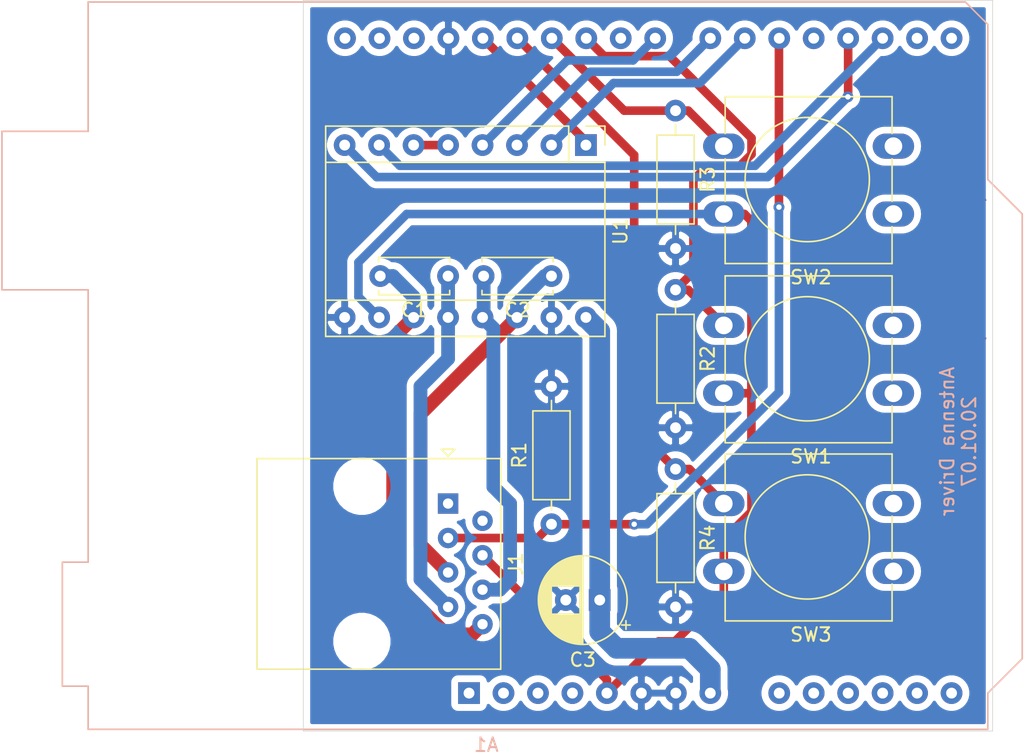
<source format=kicad_pcb>
(kicad_pcb (version 20171130) (host pcbnew 5.1.5)

  (general
    (thickness 1.6)
    (drawings 10)
    (tracks 111)
    (zones 0)
    (modules 13)
    (nets 38)
  )

  (page A4)
  (layers
    (0 F.Cu signal)
    (31 B.Cu signal)
    (32 B.Adhes user)
    (33 F.Adhes user)
    (34 B.Paste user)
    (35 F.Paste user)
    (36 B.SilkS user)
    (37 F.SilkS user)
    (38 B.Mask user)
    (39 F.Mask user)
    (40 Dwgs.User user)
    (41 Cmts.User user)
    (42 Eco1.User user)
    (43 Eco2.User user)
    (44 Edge.Cuts user)
    (45 Margin user)
    (46 B.CrtYd user)
    (47 F.CrtYd user)
    (48 B.Fab user)
    (49 F.Fab user)
  )

  (setup
    (last_trace_width 1.524)
    (user_trace_width 0.508)
    (user_trace_width 0.635)
    (user_trace_width 0.762)
    (user_trace_width 1.016)
    (user_trace_width 1.524)
    (user_trace_width 2.032)
    (trace_clearance 0.2)
    (zone_clearance 0.508)
    (zone_45_only no)
    (trace_min 0.2)
    (via_size 0.8)
    (via_drill 0.4)
    (via_min_size 0.4)
    (via_min_drill 0.3)
    (uvia_size 0.3)
    (uvia_drill 0.1)
    (uvias_allowed no)
    (uvia_min_size 0.2)
    (uvia_min_drill 0.1)
    (edge_width 0.05)
    (segment_width 0.2)
    (pcb_text_width 0.3)
    (pcb_text_size 1.5 1.5)
    (mod_edge_width 0.12)
    (mod_text_size 1 1)
    (mod_text_width 0.15)
    (pad_size 1.524 1.524)
    (pad_drill 0.762)
    (pad_to_mask_clearance 0.051)
    (solder_mask_min_width 0.25)
    (aux_axis_origin 0 0)
    (visible_elements FFFFFF7F)
    (pcbplotparams
      (layerselection 0x010fc_ffffffff)
      (usegerberextensions false)
      (usegerberattributes false)
      (usegerberadvancedattributes false)
      (creategerberjobfile false)
      (excludeedgelayer true)
      (linewidth 0.100000)
      (plotframeref false)
      (viasonmask false)
      (mode 1)
      (useauxorigin false)
      (hpglpennumber 1)
      (hpglpenspeed 20)
      (hpglpendiameter 15.000000)
      (psnegative false)
      (psa4output false)
      (plotreference true)
      (plotvalue true)
      (plotinvisibletext false)
      (padsonsilk false)
      (subtractmaskfromsilk false)
      (outputformat 1)
      (mirror false)
      (drillshape 1)
      (scaleselection 1)
      (outputdirectory "outputs/"))
  )

  (net 0 "")
  (net 1 "Net-(A1-Pad32)")
  (net 2 "Net-(A1-Pad31)")
  (net 3 "Net-(A1-Pad1)")
  (net 4 "Net-(A1-Pad17)")
  (net 5 "Net-(A1-Pad2)")
  (net 6 "Net-(A1-Pad18)")
  (net 7 "Net-(A1-Pad3)")
  (net 8 "Net-(A1-Pad19)")
  (net 9 "Net-(A1-Pad4)")
  (net 10 "Net-(A1-Pad20)")
  (net 11 +5V)
  (net 12 "Net-(A1-Pad21)")
  (net 13 GND)
  (net 14 "Net-(A1-Pad22)")
  (net 15 "Net-(A1-Pad23)")
  (net 16 VCC)
  (net 17 "Net-(A1-Pad24)")
  (net 18 "Net-(A1-Pad9)")
  (net 19 "Net-(A1-Pad25)")
  (net 20 "Net-(A1-Pad10)")
  (net 21 "Net-(A1-Pad26)")
  (net 22 "Net-(A1-Pad11)")
  (net 23 "Net-(A1-Pad27)")
  (net 24 "Net-(A1-Pad12)")
  (net 25 "Net-(A1-Pad28)")
  (net 26 "Net-(A1-Pad13)")
  (net 27 "Net-(A1-Pad14)")
  (net 28 "Net-(A1-Pad30)")
  (net 29 "Net-(A1-Pad15)")
  (net 30 "Net-(A1-Pad16)")
  (net 31 "Net-(C1-Pad2)")
  (net 32 "Net-(C1-Pad1)")
  (net 33 "Net-(C2-Pad1)")
  (net 34 "Net-(C2-Pad2)")
  (net 35 "Net-(J1-Pad1)")
  (net 36 "Net-(J1-Pad2)")
  (net 37 "Net-(U1-Pad5)")

  (net_class Default "This is the default net class."
    (clearance 0.2)
    (trace_width 0.25)
    (via_dia 0.8)
    (via_drill 0.4)
    (uvia_dia 0.3)
    (uvia_drill 0.1)
    (add_net +5V)
    (add_net GND)
    (add_net "Net-(A1-Pad1)")
    (add_net "Net-(A1-Pad10)")
    (add_net "Net-(A1-Pad11)")
    (add_net "Net-(A1-Pad12)")
    (add_net "Net-(A1-Pad13)")
    (add_net "Net-(A1-Pad14)")
    (add_net "Net-(A1-Pad15)")
    (add_net "Net-(A1-Pad16)")
    (add_net "Net-(A1-Pad17)")
    (add_net "Net-(A1-Pad18)")
    (add_net "Net-(A1-Pad19)")
    (add_net "Net-(A1-Pad2)")
    (add_net "Net-(A1-Pad20)")
    (add_net "Net-(A1-Pad21)")
    (add_net "Net-(A1-Pad22)")
    (add_net "Net-(A1-Pad23)")
    (add_net "Net-(A1-Pad24)")
    (add_net "Net-(A1-Pad25)")
    (add_net "Net-(A1-Pad26)")
    (add_net "Net-(A1-Pad27)")
    (add_net "Net-(A1-Pad28)")
    (add_net "Net-(A1-Pad3)")
    (add_net "Net-(A1-Pad30)")
    (add_net "Net-(A1-Pad31)")
    (add_net "Net-(A1-Pad32)")
    (add_net "Net-(A1-Pad4)")
    (add_net "Net-(A1-Pad9)")
    (add_net "Net-(C1-Pad1)")
    (add_net "Net-(C1-Pad2)")
    (add_net "Net-(C2-Pad1)")
    (add_net "Net-(C2-Pad2)")
    (add_net "Net-(J1-Pad1)")
    (add_net "Net-(J1-Pad2)")
    (add_net "Net-(U1-Pad5)")
    (add_net VCC)
  )

  (module Button_Switch_THT:SW_PUSH-12mm (layer F.Cu) (tedit 5D160D14) (tstamp 5E155099)
    (at 164.9 96.44 180)
    (descr "SW PUSH 12mm https://www.e-switch.com/system/asset/product_line/data_sheet/143/TL1100.pdf")
    (tags "tact sw push 12mm")
    (path /5DF0BCB7)
    (fp_text reference SW3 (at 6.08 -4.66) (layer F.SilkS)
      (effects (font (size 1 1) (thickness 0.15)))
    )
    (fp_text value SW_SL (at 6.62 9.93) (layer F.Fab)
      (effects (font (size 1 1) (thickness 0.15)))
    )
    (fp_line (start 12.4 -3.65) (end 12.4 -0.93) (layer F.SilkS) (width 0.12))
    (fp_line (start 12.4 5.93) (end 12.4 8.65) (layer F.SilkS) (width 0.12))
    (fp_line (start 0.1 4.07) (end 0.1 0.93) (layer F.SilkS) (width 0.12))
    (fp_line (start 0.1 8.65) (end 0.1 5.93) (layer F.SilkS) (width 0.12))
    (fp_line (start 0.25 -3.5) (end 0.25 8.5) (layer F.Fab) (width 0.1))
    (fp_circle (center 6.35 2.54) (end 10.16 5.08) (layer F.SilkS) (width 0.12))
    (fp_line (start 14.25 8.75) (end -1.77 8.75) (layer F.CrtYd) (width 0.05))
    (fp_line (start 14.25 8.75) (end 14.25 -3.75) (layer F.CrtYd) (width 0.05))
    (fp_line (start -1.77 -3.75) (end -1.77 8.75) (layer F.CrtYd) (width 0.05))
    (fp_line (start -1.77 -3.75) (end 14.25 -3.75) (layer F.CrtYd) (width 0.05))
    (fp_line (start 0.1 -0.93) (end 0.1 -3.65) (layer F.SilkS) (width 0.12))
    (fp_line (start 12.4 8.65) (end 0.1 8.65) (layer F.SilkS) (width 0.12))
    (fp_line (start 12.4 0.93) (end 12.4 4.07) (layer F.SilkS) (width 0.12))
    (fp_line (start 0.1 -3.65) (end 12.4 -3.65) (layer F.SilkS) (width 0.12))
    (fp_text user %R (at 6.35 2.54) (layer F.Fab)
      (effects (font (size 1 1) (thickness 0.15)))
    )
    (fp_line (start 12.25 -3.5) (end 12.25 8.5) (layer F.Fab) (width 0.1))
    (fp_line (start 0.25 -3.5) (end 12.25 -3.5) (layer F.Fab) (width 0.1))
    (fp_line (start 0.25 8.5) (end 12.25 8.5) (layer F.Fab) (width 0.1))
    (pad 2 thru_hole oval (at 0 5 180) (size 3.048 1.85) (drill 1.3) (layers *.Cu *.Mask)
      (net 23 "Net-(A1-Pad27)"))
    (pad 1 thru_hole oval (at 0 0 180) (size 3.048 1.85) (drill 1.3) (layers *.Cu *.Mask)
      (net 11 +5V))
    (pad 2 thru_hole oval (at 12.5 5 180) (size 3.048 1.85) (drill 1.3) (layers *.Cu *.Mask)
      (net 23 "Net-(A1-Pad27)"))
    (pad 1 thru_hole oval (at 12.5 0 180) (size 3.048 1.85) (drill 1.3) (layers *.Cu *.Mask)
      (net 11 +5V))
    (model ${KISYS3DMOD}/Button_Switch_THT.3dshapes/SW_PUSH-12mm.wrl
      (at (xyz 0 0 0))
      (scale (xyz 1 1 1))
      (rotate (xyz 0 0 0))
    )
  )

  (module Button_Switch_THT:SW_PUSH-12mm (layer F.Cu) (tedit 5D160D14) (tstamp 5E154C08)
    (at 164.9 70.104 180)
    (descr "SW PUSH 12mm https://www.e-switch.com/system/asset/product_line/data_sheet/143/TL1100.pdf")
    (tags "tact sw push 12mm")
    (path /5DF0C5A5)
    (fp_text reference SW2 (at 6.08 -4.66) (layer F.SilkS)
      (effects (font (size 1 1) (thickness 0.15)))
    )
    (fp_text value SW_UP (at 6.62 9.93) (layer F.Fab)
      (effects (font (size 1 1) (thickness 0.15)))
    )
    (fp_line (start 12.4 -3.65) (end 12.4 -0.93) (layer F.SilkS) (width 0.12))
    (fp_line (start 12.4 5.93) (end 12.4 8.65) (layer F.SilkS) (width 0.12))
    (fp_line (start 0.1 4.07) (end 0.1 0.93) (layer F.SilkS) (width 0.12))
    (fp_line (start 0.1 8.65) (end 0.1 5.93) (layer F.SilkS) (width 0.12))
    (fp_line (start 0.25 -3.5) (end 0.25 8.5) (layer F.Fab) (width 0.1))
    (fp_circle (center 6.35 2.54) (end 10.16 5.08) (layer F.SilkS) (width 0.12))
    (fp_line (start 14.25 8.75) (end -1.77 8.75) (layer F.CrtYd) (width 0.05))
    (fp_line (start 14.25 8.75) (end 14.25 -3.75) (layer F.CrtYd) (width 0.05))
    (fp_line (start -1.77 -3.75) (end -1.77 8.75) (layer F.CrtYd) (width 0.05))
    (fp_line (start -1.77 -3.75) (end 14.25 -3.75) (layer F.CrtYd) (width 0.05))
    (fp_line (start 0.1 -0.93) (end 0.1 -3.65) (layer F.SilkS) (width 0.12))
    (fp_line (start 12.4 8.65) (end 0.1 8.65) (layer F.SilkS) (width 0.12))
    (fp_line (start 12.4 0.93) (end 12.4 4.07) (layer F.SilkS) (width 0.12))
    (fp_line (start 0.1 -3.65) (end 12.4 -3.65) (layer F.SilkS) (width 0.12))
    (fp_text user %R (at 6.35 2.54) (layer F.Fab)
      (effects (font (size 1 1) (thickness 0.15)))
    )
    (fp_line (start 12.25 -3.5) (end 12.25 8.5) (layer F.Fab) (width 0.1))
    (fp_line (start 0.25 -3.5) (end 12.25 -3.5) (layer F.Fab) (width 0.1))
    (fp_line (start 0.25 8.5) (end 12.25 8.5) (layer F.Fab) (width 0.1))
    (pad 2 thru_hole oval (at 0 5 180) (size 3.048 1.85) (drill 1.3) (layers *.Cu *.Mask)
      (net 21 "Net-(A1-Pad26)"))
    (pad 1 thru_hole oval (at 0 0 180) (size 3.048 1.85) (drill 1.3) (layers *.Cu *.Mask)
      (net 11 +5V))
    (pad 2 thru_hole oval (at 12.5 5 180) (size 3.048 1.85) (drill 1.3) (layers *.Cu *.Mask)
      (net 21 "Net-(A1-Pad26)"))
    (pad 1 thru_hole oval (at 12.5 0 180) (size 3.048 1.85) (drill 1.3) (layers *.Cu *.Mask)
      (net 11 +5V))
    (model ${KISYS3DMOD}/Button_Switch_THT.3dshapes/SW_PUSH-12mm.wrl
      (at (xyz 0 0 0))
      (scale (xyz 1 1 1))
      (rotate (xyz 0 0 0))
    )
  )

  (module Button_Switch_THT:SW_PUSH-12mm (layer F.Cu) (tedit 5D160D14) (tstamp 5E154BEE)
    (at 164.9 83.312 180)
    (descr "SW PUSH 12mm https://www.e-switch.com/system/asset/product_line/data_sheet/143/TL1100.pdf")
    (tags "tact sw push 12mm")
    (path /5DF0CAB4)
    (fp_text reference SW1 (at 6.08 -4.66) (layer F.SilkS)
      (effects (font (size 1 1) (thickness 0.15)))
    )
    (fp_text value SW_DN (at 6.62 9.93) (layer F.Fab)
      (effects (font (size 1 1) (thickness 0.15)))
    )
    (fp_line (start 12.4 -3.65) (end 12.4 -0.93) (layer F.SilkS) (width 0.12))
    (fp_line (start 12.4 5.93) (end 12.4 8.65) (layer F.SilkS) (width 0.12))
    (fp_line (start 0.1 4.07) (end 0.1 0.93) (layer F.SilkS) (width 0.12))
    (fp_line (start 0.1 8.65) (end 0.1 5.93) (layer F.SilkS) (width 0.12))
    (fp_line (start 0.25 -3.5) (end 0.25 8.5) (layer F.Fab) (width 0.1))
    (fp_circle (center 6.35 2.54) (end 10.16 5.08) (layer F.SilkS) (width 0.12))
    (fp_line (start 14.25 8.75) (end -1.77 8.75) (layer F.CrtYd) (width 0.05))
    (fp_line (start 14.25 8.75) (end 14.25 -3.75) (layer F.CrtYd) (width 0.05))
    (fp_line (start -1.77 -3.75) (end -1.77 8.75) (layer F.CrtYd) (width 0.05))
    (fp_line (start -1.77 -3.75) (end 14.25 -3.75) (layer F.CrtYd) (width 0.05))
    (fp_line (start 0.1 -0.93) (end 0.1 -3.65) (layer F.SilkS) (width 0.12))
    (fp_line (start 12.4 8.65) (end 0.1 8.65) (layer F.SilkS) (width 0.12))
    (fp_line (start 12.4 0.93) (end 12.4 4.07) (layer F.SilkS) (width 0.12))
    (fp_line (start 0.1 -3.65) (end 12.4 -3.65) (layer F.SilkS) (width 0.12))
    (fp_text user %R (at 6.35 2.54) (layer F.Fab)
      (effects (font (size 1 1) (thickness 0.15)))
    )
    (fp_line (start 12.25 -3.5) (end 12.25 8.5) (layer F.Fab) (width 0.1))
    (fp_line (start 0.25 -3.5) (end 12.25 -3.5) (layer F.Fab) (width 0.1))
    (fp_line (start 0.25 8.5) (end 12.25 8.5) (layer F.Fab) (width 0.1))
    (pad 2 thru_hole oval (at 0 5 180) (size 3.048 1.85) (drill 1.3) (layers *.Cu *.Mask)
      (net 19 "Net-(A1-Pad25)"))
    (pad 1 thru_hole oval (at 0 0 180) (size 3.048 1.85) (drill 1.3) (layers *.Cu *.Mask)
      (net 11 +5V))
    (pad 2 thru_hole oval (at 12.5 5 180) (size 3.048 1.85) (drill 1.3) (layers *.Cu *.Mask)
      (net 19 "Net-(A1-Pad25)"))
    (pad 1 thru_hole oval (at 12.5 0 180) (size 3.048 1.85) (drill 1.3) (layers *.Cu *.Mask)
      (net 11 +5V))
    (model ${KISYS3DMOD}/Button_Switch_THT.3dshapes/SW_PUSH-12mm.wrl
      (at (xyz 0 0 0))
      (scale (xyz 1 1 1))
      (rotate (xyz 0 0 0))
    )
  )

  (module Resistor_THT:R_Axial_DIN0207_L6.3mm_D2.5mm_P10.16mm_Horizontal (layer F.Cu) (tedit 5AE5139B) (tstamp 5E154BD4)
    (at 148.844 88.9 270)
    (descr "Resistor, Axial_DIN0207 series, Axial, Horizontal, pin pitch=10.16mm, 0.25W = 1/4W, length*diameter=6.3*2.5mm^2, http://cdn-reichelt.de/documents/datenblatt/B400/1_4W%23YAG.pdf")
    (tags "Resistor Axial_DIN0207 series Axial Horizontal pin pitch 10.16mm 0.25W = 1/4W length 6.3mm diameter 2.5mm")
    (path /5DF0ADB9)
    (fp_text reference R4 (at 5.08 -2.37 90) (layer F.SilkS)
      (effects (font (size 1 1) (thickness 0.15)))
    )
    (fp_text value R (at 5.08 2.37 90) (layer F.Fab)
      (effects (font (size 1 1) (thickness 0.15)))
    )
    (fp_text user %R (at 5.08 0 90) (layer F.Fab)
      (effects (font (size 1 1) (thickness 0.15)))
    )
    (fp_line (start 11.21 -1.5) (end -1.05 -1.5) (layer F.CrtYd) (width 0.05))
    (fp_line (start 11.21 1.5) (end 11.21 -1.5) (layer F.CrtYd) (width 0.05))
    (fp_line (start -1.05 1.5) (end 11.21 1.5) (layer F.CrtYd) (width 0.05))
    (fp_line (start -1.05 -1.5) (end -1.05 1.5) (layer F.CrtYd) (width 0.05))
    (fp_line (start 9.12 0) (end 8.35 0) (layer F.SilkS) (width 0.12))
    (fp_line (start 1.04 0) (end 1.81 0) (layer F.SilkS) (width 0.12))
    (fp_line (start 8.35 -1.37) (end 1.81 -1.37) (layer F.SilkS) (width 0.12))
    (fp_line (start 8.35 1.37) (end 8.35 -1.37) (layer F.SilkS) (width 0.12))
    (fp_line (start 1.81 1.37) (end 8.35 1.37) (layer F.SilkS) (width 0.12))
    (fp_line (start 1.81 -1.37) (end 1.81 1.37) (layer F.SilkS) (width 0.12))
    (fp_line (start 10.16 0) (end 8.23 0) (layer F.Fab) (width 0.1))
    (fp_line (start 0 0) (end 1.93 0) (layer F.Fab) (width 0.1))
    (fp_line (start 8.23 -1.25) (end 1.93 -1.25) (layer F.Fab) (width 0.1))
    (fp_line (start 8.23 1.25) (end 8.23 -1.25) (layer F.Fab) (width 0.1))
    (fp_line (start 1.93 1.25) (end 8.23 1.25) (layer F.Fab) (width 0.1))
    (fp_line (start 1.93 -1.25) (end 1.93 1.25) (layer F.Fab) (width 0.1))
    (pad 2 thru_hole oval (at 10.16 0 270) (size 1.6 1.6) (drill 0.8) (layers *.Cu *.Mask)
      (net 13 GND))
    (pad 1 thru_hole circle (at 0 0 270) (size 1.6 1.6) (drill 0.8) (layers *.Cu *.Mask)
      (net 23 "Net-(A1-Pad27)"))
    (model ${KISYS3DMOD}/Resistor_THT.3dshapes/R_Axial_DIN0207_L6.3mm_D2.5mm_P10.16mm_Horizontal.wrl
      (at (xyz 0 0 0))
      (scale (xyz 1 1 1))
      (rotate (xyz 0 0 0))
    )
  )

  (module Resistor_THT:R_Axial_DIN0207_L6.3mm_D2.5mm_P10.16mm_Horizontal locked (layer F.Cu) (tedit 5AE5139B) (tstamp 5E154BBD)
    (at 148.844 62.484 270)
    (descr "Resistor, Axial_DIN0207 series, Axial, Horizontal, pin pitch=10.16mm, 0.25W = 1/4W, length*diameter=6.3*2.5mm^2, http://cdn-reichelt.de/documents/datenblatt/B400/1_4W%23YAG.pdf")
    (tags "Resistor Axial_DIN0207 series Axial Horizontal pin pitch 10.16mm 0.25W = 1/4W length 6.3mm diameter 2.5mm")
    (path /5DF0A885)
    (fp_text reference R3 (at 5.08 -2.37 90) (layer F.SilkS)
      (effects (font (size 1 1) (thickness 0.15)))
    )
    (fp_text value R (at 5.08 2.37 90) (layer F.Fab)
      (effects (font (size 1 1) (thickness 0.15)))
    )
    (fp_text user %R (at 5.08 0 90) (layer F.Fab)
      (effects (font (size 1 1) (thickness 0.15)))
    )
    (fp_line (start 11.21 -1.5) (end -1.05 -1.5) (layer F.CrtYd) (width 0.05))
    (fp_line (start 11.21 1.5) (end 11.21 -1.5) (layer F.CrtYd) (width 0.05))
    (fp_line (start -1.05 1.5) (end 11.21 1.5) (layer F.CrtYd) (width 0.05))
    (fp_line (start -1.05 -1.5) (end -1.05 1.5) (layer F.CrtYd) (width 0.05))
    (fp_line (start 9.12 0) (end 8.35 0) (layer F.SilkS) (width 0.12))
    (fp_line (start 1.04 0) (end 1.81 0) (layer F.SilkS) (width 0.12))
    (fp_line (start 8.35 -1.37) (end 1.81 -1.37) (layer F.SilkS) (width 0.12))
    (fp_line (start 8.35 1.37) (end 8.35 -1.37) (layer F.SilkS) (width 0.12))
    (fp_line (start 1.81 1.37) (end 8.35 1.37) (layer F.SilkS) (width 0.12))
    (fp_line (start 1.81 -1.37) (end 1.81 1.37) (layer F.SilkS) (width 0.12))
    (fp_line (start 10.16 0) (end 8.23 0) (layer F.Fab) (width 0.1))
    (fp_line (start 0 0) (end 1.93 0) (layer F.Fab) (width 0.1))
    (fp_line (start 8.23 -1.25) (end 1.93 -1.25) (layer F.Fab) (width 0.1))
    (fp_line (start 8.23 1.25) (end 8.23 -1.25) (layer F.Fab) (width 0.1))
    (fp_line (start 1.93 1.25) (end 8.23 1.25) (layer F.Fab) (width 0.1))
    (fp_line (start 1.93 -1.25) (end 1.93 1.25) (layer F.Fab) (width 0.1))
    (pad 2 thru_hole oval (at 10.16 0 270) (size 1.6 1.6) (drill 0.8) (layers *.Cu *.Mask)
      (net 13 GND))
    (pad 1 thru_hole circle (at 0 0 270) (size 1.6 1.6) (drill 0.8) (layers *.Cu *.Mask)
      (net 21 "Net-(A1-Pad26)"))
    (model ${KISYS3DMOD}/Resistor_THT.3dshapes/R_Axial_DIN0207_L6.3mm_D2.5mm_P10.16mm_Horizontal.wrl
      (at (xyz 0 0 0))
      (scale (xyz 1 1 1))
      (rotate (xyz 0 0 0))
    )
  )

  (module Resistor_THT:R_Axial_DIN0207_L6.3mm_D2.5mm_P10.16mm_Horizontal (layer F.Cu) (tedit 5AE5139B) (tstamp 5E154BA6)
    (at 148.844 75.692 270)
    (descr "Resistor, Axial_DIN0207 series, Axial, Horizontal, pin pitch=10.16mm, 0.25W = 1/4W, length*diameter=6.3*2.5mm^2, http://cdn-reichelt.de/documents/datenblatt/B400/1_4W%23YAG.pdf")
    (tags "Resistor Axial_DIN0207 series Axial Horizontal pin pitch 10.16mm 0.25W = 1/4W length 6.3mm diameter 2.5mm")
    (path /5DF0A3C6)
    (fp_text reference R2 (at 5.08 -2.37 90) (layer F.SilkS)
      (effects (font (size 1 1) (thickness 0.15)))
    )
    (fp_text value R (at 5.08 2.37 90) (layer F.Fab)
      (effects (font (size 1 1) (thickness 0.15)))
    )
    (fp_text user %R (at 5.08 0 90) (layer F.Fab)
      (effects (font (size 1 1) (thickness 0.15)))
    )
    (fp_line (start 11.21 -1.5) (end -1.05 -1.5) (layer F.CrtYd) (width 0.05))
    (fp_line (start 11.21 1.5) (end 11.21 -1.5) (layer F.CrtYd) (width 0.05))
    (fp_line (start -1.05 1.5) (end 11.21 1.5) (layer F.CrtYd) (width 0.05))
    (fp_line (start -1.05 -1.5) (end -1.05 1.5) (layer F.CrtYd) (width 0.05))
    (fp_line (start 9.12 0) (end 8.35 0) (layer F.SilkS) (width 0.12))
    (fp_line (start 1.04 0) (end 1.81 0) (layer F.SilkS) (width 0.12))
    (fp_line (start 8.35 -1.37) (end 1.81 -1.37) (layer F.SilkS) (width 0.12))
    (fp_line (start 8.35 1.37) (end 8.35 -1.37) (layer F.SilkS) (width 0.12))
    (fp_line (start 1.81 1.37) (end 8.35 1.37) (layer F.SilkS) (width 0.12))
    (fp_line (start 1.81 -1.37) (end 1.81 1.37) (layer F.SilkS) (width 0.12))
    (fp_line (start 10.16 0) (end 8.23 0) (layer F.Fab) (width 0.1))
    (fp_line (start 0 0) (end 1.93 0) (layer F.Fab) (width 0.1))
    (fp_line (start 8.23 -1.25) (end 1.93 -1.25) (layer F.Fab) (width 0.1))
    (fp_line (start 8.23 1.25) (end 8.23 -1.25) (layer F.Fab) (width 0.1))
    (fp_line (start 1.93 1.25) (end 8.23 1.25) (layer F.Fab) (width 0.1))
    (fp_line (start 1.93 -1.25) (end 1.93 1.25) (layer F.Fab) (width 0.1))
    (pad 2 thru_hole oval (at 10.16 0 270) (size 1.6 1.6) (drill 0.8) (layers *.Cu *.Mask)
      (net 13 GND))
    (pad 1 thru_hole circle (at 0 0 270) (size 1.6 1.6) (drill 0.8) (layers *.Cu *.Mask)
      (net 19 "Net-(A1-Pad25)"))
    (model ${KISYS3DMOD}/Resistor_THT.3dshapes/R_Axial_DIN0207_L6.3mm_D2.5mm_P10.16mm_Horizontal.wrl
      (at (xyz 0 0 0))
      (scale (xyz 1 1 1))
      (rotate (xyz 0 0 0))
    )
  )

  (module Resistor_THT:R_Axial_DIN0207_L6.3mm_D2.5mm_P10.16mm_Horizontal (layer F.Cu) (tedit 5AE5139B) (tstamp 5E154B8F)
    (at 139.7 92.964 90)
    (descr "Resistor, Axial_DIN0207 series, Axial, Horizontal, pin pitch=10.16mm, 0.25W = 1/4W, length*diameter=6.3*2.5mm^2, http://cdn-reichelt.de/documents/datenblatt/B400/1_4W%23YAG.pdf")
    (tags "Resistor Axial_DIN0207 series Axial Horizontal pin pitch 10.16mm 0.25W = 1/4W length 6.3mm diameter 2.5mm")
    (path /5DF0B1C8)
    (fp_text reference R1 (at 5.08 -2.37 90) (layer F.SilkS)
      (effects (font (size 1 1) (thickness 0.15)))
    )
    (fp_text value R (at 5.08 2.37 90) (layer F.Fab)
      (effects (font (size 1 1) (thickness 0.15)))
    )
    (fp_text user %R (at 5.08 0 90) (layer F.Fab)
      (effects (font (size 1 1) (thickness 0.15)))
    )
    (fp_line (start 11.21 -1.5) (end -1.05 -1.5) (layer F.CrtYd) (width 0.05))
    (fp_line (start 11.21 1.5) (end 11.21 -1.5) (layer F.CrtYd) (width 0.05))
    (fp_line (start -1.05 1.5) (end 11.21 1.5) (layer F.CrtYd) (width 0.05))
    (fp_line (start -1.05 -1.5) (end -1.05 1.5) (layer F.CrtYd) (width 0.05))
    (fp_line (start 9.12 0) (end 8.35 0) (layer F.SilkS) (width 0.12))
    (fp_line (start 1.04 0) (end 1.81 0) (layer F.SilkS) (width 0.12))
    (fp_line (start 8.35 -1.37) (end 1.81 -1.37) (layer F.SilkS) (width 0.12))
    (fp_line (start 8.35 1.37) (end 8.35 -1.37) (layer F.SilkS) (width 0.12))
    (fp_line (start 1.81 1.37) (end 8.35 1.37) (layer F.SilkS) (width 0.12))
    (fp_line (start 1.81 -1.37) (end 1.81 1.37) (layer F.SilkS) (width 0.12))
    (fp_line (start 10.16 0) (end 8.23 0) (layer F.Fab) (width 0.1))
    (fp_line (start 0 0) (end 1.93 0) (layer F.Fab) (width 0.1))
    (fp_line (start 8.23 -1.25) (end 1.93 -1.25) (layer F.Fab) (width 0.1))
    (fp_line (start 8.23 1.25) (end 8.23 -1.25) (layer F.Fab) (width 0.1))
    (fp_line (start 1.93 1.25) (end 8.23 1.25) (layer F.Fab) (width 0.1))
    (fp_line (start 1.93 -1.25) (end 1.93 1.25) (layer F.Fab) (width 0.1))
    (pad 2 thru_hole oval (at 10.16 0 90) (size 1.6 1.6) (drill 0.8) (layers *.Cu *.Mask)
      (net 13 GND))
    (pad 1 thru_hole circle (at 0 0 90) (size 1.6 1.6) (drill 0.8) (layers *.Cu *.Mask)
      (net 10 "Net-(A1-Pad20)"))
    (model ${KISYS3DMOD}/Resistor_THT.3dshapes/R_Axial_DIN0207_L6.3mm_D2.5mm_P10.16mm_Horizontal.wrl
      (at (xyz 0 0 0))
      (scale (xyz 1 1 1))
      (rotate (xyz 0 0 0))
    )
  )

  (module Connector_RJ:RJ45_Amphenol_54602-x08_Horizontal (layer F.Cu) (tedit 5B103613) (tstamp 5E154B78)
    (at 132.08 91.44 270)
    (descr "8 Pol Shallow Latch Connector, Modjack, RJ45 (https://cdn.amphenol-icc.com/media/wysiwyg/files/drawing/c-bmj-0102.pdf)")
    (tags RJ45)
    (path /5DF08BD9)
    (fp_text reference J1 (at 4.445 -5 90) (layer F.SilkS)
      (effects (font (size 1 1) (thickness 0.15)))
    )
    (fp_text value RJ45 (at 4.445 4 90) (layer F.Fab)
      (effects (font (size 1 1) (thickness 0.15)))
    )
    (fp_line (start 12.6 14.47) (end -3.71 14.47) (layer F.CrtYd) (width 0.05))
    (fp_line (start 12.6 14.47) (end 12.6 -4.27) (layer F.CrtYd) (width 0.05))
    (fp_line (start -3.71 -4.27) (end -3.71 14.47) (layer F.CrtYd) (width 0.05))
    (fp_line (start -3.71 -4.27) (end 12.6 -4.27) (layer F.CrtYd) (width 0.05))
    (fp_line (start -3.315 -3.88) (end -3.315 14.08) (layer F.SilkS) (width 0.12))
    (fp_line (start 12.205 -3.88) (end -3.315 -3.88) (layer F.SilkS) (width 0.12))
    (fp_line (start 12.205 -3.88) (end 12.205 14.08) (layer F.SilkS) (width 0.12))
    (fp_line (start -3.315 14.08) (end 12.205 14.08) (layer F.SilkS) (width 0.12))
    (fp_line (start -3.205 -2.77) (end -2.205 -3.77) (layer F.Fab) (width 0.12))
    (fp_line (start -2.205 -3.77) (end 12.095 -3.77) (layer F.Fab) (width 0.12))
    (fp_line (start 12.095 -3.77) (end 12.095 13.97) (layer F.Fab) (width 0.12))
    (fp_line (start 12.095 13.97) (end -3.205 13.97) (layer F.Fab) (width 0.12))
    (fp_line (start -3.205 13.97) (end -3.205 -2.77) (layer F.Fab) (width 0.12))
    (fp_line (start -3.5 0) (end -4 -0.5) (layer F.SilkS) (width 0.12))
    (fp_line (start -4 -0.5) (end -4 0.5) (layer F.SilkS) (width 0.12))
    (fp_line (start -4 0.5) (end -3.5 0) (layer F.SilkS) (width 0.12))
    (fp_text user %R (at 4.445 2 90) (layer F.Fab)
      (effects (font (size 1 1) (thickness 0.15)))
    )
    (pad 8 thru_hole circle (at 8.89 -2.54 270) (size 1.5 1.5) (drill 0.76) (layers *.Cu *.Mask)
      (net 31 "Net-(C1-Pad2)"))
    (pad 7 thru_hole circle (at 7.62 0 270) (size 1.5 1.5) (drill 0.76) (layers *.Cu *.Mask)
      (net 32 "Net-(C1-Pad1)"))
    (pad 6 thru_hole circle (at 6.35 -2.54 270) (size 1.5 1.5) (drill 0.76) (layers *.Cu *.Mask)
      (net 34 "Net-(C2-Pad2)"))
    (pad 5 thru_hole circle (at 5.08 0 270) (size 1.5 1.5) (drill 0.76) (layers *.Cu *.Mask)
      (net 33 "Net-(C2-Pad1)"))
    (pad 4 thru_hole circle (at 3.81 -2.54 270) (size 1.5 1.5) (drill 0.76) (layers *.Cu *.Mask)
      (net 11 +5V))
    (pad 3 thru_hole circle (at 2.54 0 270) (size 1.5 1.5) (drill 0.76) (layers *.Cu *.Mask)
      (net 10 "Net-(A1-Pad20)"))
    (pad 2 thru_hole circle (at 1.27 -2.54 270) (size 1.5 1.5) (drill 0.76) (layers *.Cu *.Mask)
      (net 36 "Net-(J1-Pad2)"))
    (pad 1 thru_hole rect (at 0 0 270) (size 1.5 1.5) (drill 0.76) (layers *.Cu *.Mask)
      (net 35 "Net-(J1-Pad1)"))
    (pad "" np_thru_hole circle (at -1.27 6.35 270) (size 3.2 3.2) (drill 3.2) (layers *.Cu *.Mask))
    (pad "" np_thru_hole circle (at 10.16 6.35 270) (size 3.2 3.2) (drill 3.2) (layers *.Cu *.Mask))
    (model ${KISYS3DMOD}/Connector_RJ.3dshapes/RJ45_Amphenol_54602-x08_Horizontal.wrl
      (at (xyz 0 0 0))
      (scale (xyz 1 1 1))
      (rotate (xyz 0 0 0))
    )
  )

  (module Capacitor_THT:CP_Radial_D6.3mm_P2.50mm (layer F.Cu) (tedit 5AE50EF0) (tstamp 5E154B59)
    (at 143.256 98.552 180)
    (descr "CP, Radial series, Radial, pin pitch=2.50mm, , diameter=6.3mm, Electrolytic Capacitor")
    (tags "CP Radial series Radial pin pitch 2.50mm  diameter 6.3mm Electrolytic Capacitor")
    (path /5DF109A5)
    (fp_text reference C3 (at 1.25 -4.4) (layer F.SilkS)
      (effects (font (size 1 1) (thickness 0.15)))
    )
    (fp_text value CP1 (at 1.25 4.4) (layer F.Fab)
      (effects (font (size 1 1) (thickness 0.15)))
    )
    (fp_text user %R (at 1.25 0) (layer F.Fab)
      (effects (font (size 1 1) (thickness 0.15)))
    )
    (fp_line (start -1.935241 -2.154) (end -1.935241 -1.524) (layer F.SilkS) (width 0.12))
    (fp_line (start -2.250241 -1.839) (end -1.620241 -1.839) (layer F.SilkS) (width 0.12))
    (fp_line (start 4.491 -0.402) (end 4.491 0.402) (layer F.SilkS) (width 0.12))
    (fp_line (start 4.451 -0.633) (end 4.451 0.633) (layer F.SilkS) (width 0.12))
    (fp_line (start 4.411 -0.802) (end 4.411 0.802) (layer F.SilkS) (width 0.12))
    (fp_line (start 4.371 -0.94) (end 4.371 0.94) (layer F.SilkS) (width 0.12))
    (fp_line (start 4.331 -1.059) (end 4.331 1.059) (layer F.SilkS) (width 0.12))
    (fp_line (start 4.291 -1.165) (end 4.291 1.165) (layer F.SilkS) (width 0.12))
    (fp_line (start 4.251 -1.262) (end 4.251 1.262) (layer F.SilkS) (width 0.12))
    (fp_line (start 4.211 -1.35) (end 4.211 1.35) (layer F.SilkS) (width 0.12))
    (fp_line (start 4.171 -1.432) (end 4.171 1.432) (layer F.SilkS) (width 0.12))
    (fp_line (start 4.131 -1.509) (end 4.131 1.509) (layer F.SilkS) (width 0.12))
    (fp_line (start 4.091 -1.581) (end 4.091 1.581) (layer F.SilkS) (width 0.12))
    (fp_line (start 4.051 -1.65) (end 4.051 1.65) (layer F.SilkS) (width 0.12))
    (fp_line (start 4.011 -1.714) (end 4.011 1.714) (layer F.SilkS) (width 0.12))
    (fp_line (start 3.971 -1.776) (end 3.971 1.776) (layer F.SilkS) (width 0.12))
    (fp_line (start 3.931 -1.834) (end 3.931 1.834) (layer F.SilkS) (width 0.12))
    (fp_line (start 3.891 -1.89) (end 3.891 1.89) (layer F.SilkS) (width 0.12))
    (fp_line (start 3.851 -1.944) (end 3.851 1.944) (layer F.SilkS) (width 0.12))
    (fp_line (start 3.811 -1.995) (end 3.811 1.995) (layer F.SilkS) (width 0.12))
    (fp_line (start 3.771 -2.044) (end 3.771 2.044) (layer F.SilkS) (width 0.12))
    (fp_line (start 3.731 -2.092) (end 3.731 2.092) (layer F.SilkS) (width 0.12))
    (fp_line (start 3.691 -2.137) (end 3.691 2.137) (layer F.SilkS) (width 0.12))
    (fp_line (start 3.651 -2.182) (end 3.651 2.182) (layer F.SilkS) (width 0.12))
    (fp_line (start 3.611 -2.224) (end 3.611 2.224) (layer F.SilkS) (width 0.12))
    (fp_line (start 3.571 -2.265) (end 3.571 2.265) (layer F.SilkS) (width 0.12))
    (fp_line (start 3.531 1.04) (end 3.531 2.305) (layer F.SilkS) (width 0.12))
    (fp_line (start 3.531 -2.305) (end 3.531 -1.04) (layer F.SilkS) (width 0.12))
    (fp_line (start 3.491 1.04) (end 3.491 2.343) (layer F.SilkS) (width 0.12))
    (fp_line (start 3.491 -2.343) (end 3.491 -1.04) (layer F.SilkS) (width 0.12))
    (fp_line (start 3.451 1.04) (end 3.451 2.38) (layer F.SilkS) (width 0.12))
    (fp_line (start 3.451 -2.38) (end 3.451 -1.04) (layer F.SilkS) (width 0.12))
    (fp_line (start 3.411 1.04) (end 3.411 2.416) (layer F.SilkS) (width 0.12))
    (fp_line (start 3.411 -2.416) (end 3.411 -1.04) (layer F.SilkS) (width 0.12))
    (fp_line (start 3.371 1.04) (end 3.371 2.45) (layer F.SilkS) (width 0.12))
    (fp_line (start 3.371 -2.45) (end 3.371 -1.04) (layer F.SilkS) (width 0.12))
    (fp_line (start 3.331 1.04) (end 3.331 2.484) (layer F.SilkS) (width 0.12))
    (fp_line (start 3.331 -2.484) (end 3.331 -1.04) (layer F.SilkS) (width 0.12))
    (fp_line (start 3.291 1.04) (end 3.291 2.516) (layer F.SilkS) (width 0.12))
    (fp_line (start 3.291 -2.516) (end 3.291 -1.04) (layer F.SilkS) (width 0.12))
    (fp_line (start 3.251 1.04) (end 3.251 2.548) (layer F.SilkS) (width 0.12))
    (fp_line (start 3.251 -2.548) (end 3.251 -1.04) (layer F.SilkS) (width 0.12))
    (fp_line (start 3.211 1.04) (end 3.211 2.578) (layer F.SilkS) (width 0.12))
    (fp_line (start 3.211 -2.578) (end 3.211 -1.04) (layer F.SilkS) (width 0.12))
    (fp_line (start 3.171 1.04) (end 3.171 2.607) (layer F.SilkS) (width 0.12))
    (fp_line (start 3.171 -2.607) (end 3.171 -1.04) (layer F.SilkS) (width 0.12))
    (fp_line (start 3.131 1.04) (end 3.131 2.636) (layer F.SilkS) (width 0.12))
    (fp_line (start 3.131 -2.636) (end 3.131 -1.04) (layer F.SilkS) (width 0.12))
    (fp_line (start 3.091 1.04) (end 3.091 2.664) (layer F.SilkS) (width 0.12))
    (fp_line (start 3.091 -2.664) (end 3.091 -1.04) (layer F.SilkS) (width 0.12))
    (fp_line (start 3.051 1.04) (end 3.051 2.69) (layer F.SilkS) (width 0.12))
    (fp_line (start 3.051 -2.69) (end 3.051 -1.04) (layer F.SilkS) (width 0.12))
    (fp_line (start 3.011 1.04) (end 3.011 2.716) (layer F.SilkS) (width 0.12))
    (fp_line (start 3.011 -2.716) (end 3.011 -1.04) (layer F.SilkS) (width 0.12))
    (fp_line (start 2.971 1.04) (end 2.971 2.742) (layer F.SilkS) (width 0.12))
    (fp_line (start 2.971 -2.742) (end 2.971 -1.04) (layer F.SilkS) (width 0.12))
    (fp_line (start 2.931 1.04) (end 2.931 2.766) (layer F.SilkS) (width 0.12))
    (fp_line (start 2.931 -2.766) (end 2.931 -1.04) (layer F.SilkS) (width 0.12))
    (fp_line (start 2.891 1.04) (end 2.891 2.79) (layer F.SilkS) (width 0.12))
    (fp_line (start 2.891 -2.79) (end 2.891 -1.04) (layer F.SilkS) (width 0.12))
    (fp_line (start 2.851 1.04) (end 2.851 2.812) (layer F.SilkS) (width 0.12))
    (fp_line (start 2.851 -2.812) (end 2.851 -1.04) (layer F.SilkS) (width 0.12))
    (fp_line (start 2.811 1.04) (end 2.811 2.834) (layer F.SilkS) (width 0.12))
    (fp_line (start 2.811 -2.834) (end 2.811 -1.04) (layer F.SilkS) (width 0.12))
    (fp_line (start 2.771 1.04) (end 2.771 2.856) (layer F.SilkS) (width 0.12))
    (fp_line (start 2.771 -2.856) (end 2.771 -1.04) (layer F.SilkS) (width 0.12))
    (fp_line (start 2.731 1.04) (end 2.731 2.876) (layer F.SilkS) (width 0.12))
    (fp_line (start 2.731 -2.876) (end 2.731 -1.04) (layer F.SilkS) (width 0.12))
    (fp_line (start 2.691 1.04) (end 2.691 2.896) (layer F.SilkS) (width 0.12))
    (fp_line (start 2.691 -2.896) (end 2.691 -1.04) (layer F.SilkS) (width 0.12))
    (fp_line (start 2.651 1.04) (end 2.651 2.916) (layer F.SilkS) (width 0.12))
    (fp_line (start 2.651 -2.916) (end 2.651 -1.04) (layer F.SilkS) (width 0.12))
    (fp_line (start 2.611 1.04) (end 2.611 2.934) (layer F.SilkS) (width 0.12))
    (fp_line (start 2.611 -2.934) (end 2.611 -1.04) (layer F.SilkS) (width 0.12))
    (fp_line (start 2.571 1.04) (end 2.571 2.952) (layer F.SilkS) (width 0.12))
    (fp_line (start 2.571 -2.952) (end 2.571 -1.04) (layer F.SilkS) (width 0.12))
    (fp_line (start 2.531 1.04) (end 2.531 2.97) (layer F.SilkS) (width 0.12))
    (fp_line (start 2.531 -2.97) (end 2.531 -1.04) (layer F.SilkS) (width 0.12))
    (fp_line (start 2.491 1.04) (end 2.491 2.986) (layer F.SilkS) (width 0.12))
    (fp_line (start 2.491 -2.986) (end 2.491 -1.04) (layer F.SilkS) (width 0.12))
    (fp_line (start 2.451 1.04) (end 2.451 3.002) (layer F.SilkS) (width 0.12))
    (fp_line (start 2.451 -3.002) (end 2.451 -1.04) (layer F.SilkS) (width 0.12))
    (fp_line (start 2.411 1.04) (end 2.411 3.018) (layer F.SilkS) (width 0.12))
    (fp_line (start 2.411 -3.018) (end 2.411 -1.04) (layer F.SilkS) (width 0.12))
    (fp_line (start 2.371 1.04) (end 2.371 3.033) (layer F.SilkS) (width 0.12))
    (fp_line (start 2.371 -3.033) (end 2.371 -1.04) (layer F.SilkS) (width 0.12))
    (fp_line (start 2.331 1.04) (end 2.331 3.047) (layer F.SilkS) (width 0.12))
    (fp_line (start 2.331 -3.047) (end 2.331 -1.04) (layer F.SilkS) (width 0.12))
    (fp_line (start 2.291 1.04) (end 2.291 3.061) (layer F.SilkS) (width 0.12))
    (fp_line (start 2.291 -3.061) (end 2.291 -1.04) (layer F.SilkS) (width 0.12))
    (fp_line (start 2.251 1.04) (end 2.251 3.074) (layer F.SilkS) (width 0.12))
    (fp_line (start 2.251 -3.074) (end 2.251 -1.04) (layer F.SilkS) (width 0.12))
    (fp_line (start 2.211 1.04) (end 2.211 3.086) (layer F.SilkS) (width 0.12))
    (fp_line (start 2.211 -3.086) (end 2.211 -1.04) (layer F.SilkS) (width 0.12))
    (fp_line (start 2.171 1.04) (end 2.171 3.098) (layer F.SilkS) (width 0.12))
    (fp_line (start 2.171 -3.098) (end 2.171 -1.04) (layer F.SilkS) (width 0.12))
    (fp_line (start 2.131 1.04) (end 2.131 3.11) (layer F.SilkS) (width 0.12))
    (fp_line (start 2.131 -3.11) (end 2.131 -1.04) (layer F.SilkS) (width 0.12))
    (fp_line (start 2.091 1.04) (end 2.091 3.121) (layer F.SilkS) (width 0.12))
    (fp_line (start 2.091 -3.121) (end 2.091 -1.04) (layer F.SilkS) (width 0.12))
    (fp_line (start 2.051 1.04) (end 2.051 3.131) (layer F.SilkS) (width 0.12))
    (fp_line (start 2.051 -3.131) (end 2.051 -1.04) (layer F.SilkS) (width 0.12))
    (fp_line (start 2.011 1.04) (end 2.011 3.141) (layer F.SilkS) (width 0.12))
    (fp_line (start 2.011 -3.141) (end 2.011 -1.04) (layer F.SilkS) (width 0.12))
    (fp_line (start 1.971 1.04) (end 1.971 3.15) (layer F.SilkS) (width 0.12))
    (fp_line (start 1.971 -3.15) (end 1.971 -1.04) (layer F.SilkS) (width 0.12))
    (fp_line (start 1.93 1.04) (end 1.93 3.159) (layer F.SilkS) (width 0.12))
    (fp_line (start 1.93 -3.159) (end 1.93 -1.04) (layer F.SilkS) (width 0.12))
    (fp_line (start 1.89 1.04) (end 1.89 3.167) (layer F.SilkS) (width 0.12))
    (fp_line (start 1.89 -3.167) (end 1.89 -1.04) (layer F.SilkS) (width 0.12))
    (fp_line (start 1.85 1.04) (end 1.85 3.175) (layer F.SilkS) (width 0.12))
    (fp_line (start 1.85 -3.175) (end 1.85 -1.04) (layer F.SilkS) (width 0.12))
    (fp_line (start 1.81 1.04) (end 1.81 3.182) (layer F.SilkS) (width 0.12))
    (fp_line (start 1.81 -3.182) (end 1.81 -1.04) (layer F.SilkS) (width 0.12))
    (fp_line (start 1.77 1.04) (end 1.77 3.189) (layer F.SilkS) (width 0.12))
    (fp_line (start 1.77 -3.189) (end 1.77 -1.04) (layer F.SilkS) (width 0.12))
    (fp_line (start 1.73 1.04) (end 1.73 3.195) (layer F.SilkS) (width 0.12))
    (fp_line (start 1.73 -3.195) (end 1.73 -1.04) (layer F.SilkS) (width 0.12))
    (fp_line (start 1.69 1.04) (end 1.69 3.201) (layer F.SilkS) (width 0.12))
    (fp_line (start 1.69 -3.201) (end 1.69 -1.04) (layer F.SilkS) (width 0.12))
    (fp_line (start 1.65 1.04) (end 1.65 3.206) (layer F.SilkS) (width 0.12))
    (fp_line (start 1.65 -3.206) (end 1.65 -1.04) (layer F.SilkS) (width 0.12))
    (fp_line (start 1.61 1.04) (end 1.61 3.211) (layer F.SilkS) (width 0.12))
    (fp_line (start 1.61 -3.211) (end 1.61 -1.04) (layer F.SilkS) (width 0.12))
    (fp_line (start 1.57 1.04) (end 1.57 3.215) (layer F.SilkS) (width 0.12))
    (fp_line (start 1.57 -3.215) (end 1.57 -1.04) (layer F.SilkS) (width 0.12))
    (fp_line (start 1.53 1.04) (end 1.53 3.218) (layer F.SilkS) (width 0.12))
    (fp_line (start 1.53 -3.218) (end 1.53 -1.04) (layer F.SilkS) (width 0.12))
    (fp_line (start 1.49 1.04) (end 1.49 3.222) (layer F.SilkS) (width 0.12))
    (fp_line (start 1.49 -3.222) (end 1.49 -1.04) (layer F.SilkS) (width 0.12))
    (fp_line (start 1.45 -3.224) (end 1.45 3.224) (layer F.SilkS) (width 0.12))
    (fp_line (start 1.41 -3.227) (end 1.41 3.227) (layer F.SilkS) (width 0.12))
    (fp_line (start 1.37 -3.228) (end 1.37 3.228) (layer F.SilkS) (width 0.12))
    (fp_line (start 1.33 -3.23) (end 1.33 3.23) (layer F.SilkS) (width 0.12))
    (fp_line (start 1.29 -3.23) (end 1.29 3.23) (layer F.SilkS) (width 0.12))
    (fp_line (start 1.25 -3.23) (end 1.25 3.23) (layer F.SilkS) (width 0.12))
    (fp_line (start -1.128972 -1.6885) (end -1.128972 -1.0585) (layer F.Fab) (width 0.1))
    (fp_line (start -1.443972 -1.3735) (end -0.813972 -1.3735) (layer F.Fab) (width 0.1))
    (fp_circle (center 1.25 0) (end 4.65 0) (layer F.CrtYd) (width 0.05))
    (fp_circle (center 1.25 0) (end 4.52 0) (layer F.SilkS) (width 0.12))
    (fp_circle (center 1.25 0) (end 4.4 0) (layer F.Fab) (width 0.1))
    (pad 2 thru_hole circle (at 2.5 0 180) (size 1.6 1.6) (drill 0.8) (layers *.Cu *.Mask)
      (net 13 GND))
    (pad 1 thru_hole rect (at 0 0 180) (size 1.6 1.6) (drill 0.8) (layers *.Cu *.Mask)
      (net 16 VCC))
    (model ${KISYS3DMOD}/Capacitor_THT.3dshapes/CP_Radial_D6.3mm_P2.50mm.wrl
      (at (xyz 0 0 0))
      (scale (xyz 1 1 1))
      (rotate (xyz 0 0 0))
    )
  )

  (module Capacitor_THT:C_Disc_D5.0mm_W2.5mm_P5.00mm (layer F.Cu) (tedit 5AE50EF0) (tstamp 5E154AC5)
    (at 139.7 74.676 180)
    (descr "C, Disc series, Radial, pin pitch=5.00mm, , diameter*width=5*2.5mm^2, Capacitor, http://cdn-reichelt.de/documents/datenblatt/B300/DS_KERKO_TC.pdf")
    (tags "C Disc series Radial pin pitch 5.00mm  diameter 5mm width 2.5mm Capacitor")
    (path /5DF0FFB3)
    (fp_text reference C2 (at 2.5 -2.5) (layer F.SilkS)
      (effects (font (size 1 1) (thickness 0.15)))
    )
    (fp_text value C (at 2.5 2.5) (layer F.Fab)
      (effects (font (size 1 1) (thickness 0.15)))
    )
    (fp_text user %R (at 2.5 0) (layer F.Fab)
      (effects (font (size 1 1) (thickness 0.15)))
    )
    (fp_line (start 6.05 -1.5) (end -1.05 -1.5) (layer F.CrtYd) (width 0.05))
    (fp_line (start 6.05 1.5) (end 6.05 -1.5) (layer F.CrtYd) (width 0.05))
    (fp_line (start -1.05 1.5) (end 6.05 1.5) (layer F.CrtYd) (width 0.05))
    (fp_line (start -1.05 -1.5) (end -1.05 1.5) (layer F.CrtYd) (width 0.05))
    (fp_line (start 5.12 1.055) (end 5.12 1.37) (layer F.SilkS) (width 0.12))
    (fp_line (start 5.12 -1.37) (end 5.12 -1.055) (layer F.SilkS) (width 0.12))
    (fp_line (start -0.12 1.055) (end -0.12 1.37) (layer F.SilkS) (width 0.12))
    (fp_line (start -0.12 -1.37) (end -0.12 -1.055) (layer F.SilkS) (width 0.12))
    (fp_line (start -0.12 1.37) (end 5.12 1.37) (layer F.SilkS) (width 0.12))
    (fp_line (start -0.12 -1.37) (end 5.12 -1.37) (layer F.SilkS) (width 0.12))
    (fp_line (start 5 -1.25) (end 0 -1.25) (layer F.Fab) (width 0.1))
    (fp_line (start 5 1.25) (end 5 -1.25) (layer F.Fab) (width 0.1))
    (fp_line (start 0 1.25) (end 5 1.25) (layer F.Fab) (width 0.1))
    (fp_line (start 0 -1.25) (end 0 1.25) (layer F.Fab) (width 0.1))
    (pad 2 thru_hole circle (at 5 0 180) (size 1.6 1.6) (drill 0.8) (layers *.Cu *.Mask)
      (net 34 "Net-(C2-Pad2)"))
    (pad 1 thru_hole circle (at 0 0 180) (size 1.6 1.6) (drill 0.8) (layers *.Cu *.Mask)
      (net 33 "Net-(C2-Pad1)"))
    (model ${KISYS3DMOD}/Capacitor_THT.3dshapes/C_Disc_D5.0mm_W2.5mm_P5.00mm.wrl
      (at (xyz 0 0 0))
      (scale (xyz 1 1 1))
      (rotate (xyz 0 0 0))
    )
  )

  (module Capacitor_THT:C_Disc_D5.0mm_W2.5mm_P5.00mm (layer F.Cu) (tedit 5AE50EF0) (tstamp 5E154AB0)
    (at 132.08 74.676 180)
    (descr "C, Disc series, Radial, pin pitch=5.00mm, , diameter*width=5*2.5mm^2, Capacitor, http://cdn-reichelt.de/documents/datenblatt/B300/DS_KERKO_TC.pdf")
    (tags "C Disc series Radial pin pitch 5.00mm  diameter 5mm width 2.5mm Capacitor")
    (path /5DF1236F)
    (fp_text reference C1 (at 2.5 -2.5) (layer F.SilkS)
      (effects (font (size 1 1) (thickness 0.15)))
    )
    (fp_text value C (at 2.5 2.5) (layer F.Fab)
      (effects (font (size 1 1) (thickness 0.15)))
    )
    (fp_text user %R (at 2.5 0) (layer F.Fab)
      (effects (font (size 1 1) (thickness 0.15)))
    )
    (fp_line (start 6.05 -1.5) (end -1.05 -1.5) (layer F.CrtYd) (width 0.05))
    (fp_line (start 6.05 1.5) (end 6.05 -1.5) (layer F.CrtYd) (width 0.05))
    (fp_line (start -1.05 1.5) (end 6.05 1.5) (layer F.CrtYd) (width 0.05))
    (fp_line (start -1.05 -1.5) (end -1.05 1.5) (layer F.CrtYd) (width 0.05))
    (fp_line (start 5.12 1.055) (end 5.12 1.37) (layer F.SilkS) (width 0.12))
    (fp_line (start 5.12 -1.37) (end 5.12 -1.055) (layer F.SilkS) (width 0.12))
    (fp_line (start -0.12 1.055) (end -0.12 1.37) (layer F.SilkS) (width 0.12))
    (fp_line (start -0.12 -1.37) (end -0.12 -1.055) (layer F.SilkS) (width 0.12))
    (fp_line (start -0.12 1.37) (end 5.12 1.37) (layer F.SilkS) (width 0.12))
    (fp_line (start -0.12 -1.37) (end 5.12 -1.37) (layer F.SilkS) (width 0.12))
    (fp_line (start 5 -1.25) (end 0 -1.25) (layer F.Fab) (width 0.1))
    (fp_line (start 5 1.25) (end 5 -1.25) (layer F.Fab) (width 0.1))
    (fp_line (start 0 1.25) (end 5 1.25) (layer F.Fab) (width 0.1))
    (fp_line (start 0 -1.25) (end 0 1.25) (layer F.Fab) (width 0.1))
    (pad 2 thru_hole circle (at 5 0 180) (size 1.6 1.6) (drill 0.8) (layers *.Cu *.Mask)
      (net 31 "Net-(C1-Pad2)"))
    (pad 1 thru_hole circle (at 0 0 180) (size 1.6 1.6) (drill 0.8) (layers *.Cu *.Mask)
      (net 32 "Net-(C1-Pad1)"))
    (model ${KISYS3DMOD}/Capacitor_THT.3dshapes/C_Disc_D5.0mm_W2.5mm_P5.00mm.wrl
      (at (xyz 0 0 0))
      (scale (xyz 1 1 1))
      (rotate (xyz 0 0 0))
    )
  )

  (module Module:Pololu_Breakout-16_15.2x20.3mm (layer F.Cu) (tedit 58AB602C) (tstamp 5E153D2B)
    (at 142.24 65.024 270)
    (descr "Pololu Breakout 16-pin 15.2x20.3mm 0.6x0.8\\")
    (tags "Pololu Breakout")
    (path /5E0EC7C1)
    (fp_text reference U1 (at 6.35 -2.54 90) (layer F.SilkS)
      (effects (font (size 1 1) (thickness 0.15)))
    )
    (fp_text value Pololu_motor_driver (at 6.35 20.17 90) (layer F.Fab)
      (effects (font (size 1 1) (thickness 0.15)))
    )
    (fp_line (start 14.21 19.3) (end -1.53 19.3) (layer F.CrtYd) (width 0.05))
    (fp_line (start 14.21 19.3) (end 14.21 -1.52) (layer F.CrtYd) (width 0.05))
    (fp_line (start -1.53 -1.52) (end -1.53 19.3) (layer F.CrtYd) (width 0.05))
    (fp_line (start -1.53 -1.52) (end 14.21 -1.52) (layer F.CrtYd) (width 0.05))
    (fp_line (start -1.27 19.05) (end -1.27 0) (layer F.Fab) (width 0.1))
    (fp_line (start 13.97 19.05) (end -1.27 19.05) (layer F.Fab) (width 0.1))
    (fp_line (start 13.97 -1.27) (end 13.97 19.05) (layer F.Fab) (width 0.1))
    (fp_line (start 0 -1.27) (end 13.97 -1.27) (layer F.Fab) (width 0.1))
    (fp_line (start -1.27 0) (end 0 -1.27) (layer F.Fab) (width 0.1))
    (fp_line (start 14.1 -1.4) (end 1.27 -1.4) (layer F.SilkS) (width 0.12))
    (fp_line (start 14.1 19.18) (end 14.1 -1.4) (layer F.SilkS) (width 0.12))
    (fp_line (start -1.4 19.18) (end 14.1 19.18) (layer F.SilkS) (width 0.12))
    (fp_line (start -1.4 1.27) (end -1.4 19.18) (layer F.SilkS) (width 0.12))
    (fp_line (start 1.27 1.27) (end -1.4 1.27) (layer F.SilkS) (width 0.12))
    (fp_line (start 1.27 -1.4) (end 1.27 1.27) (layer F.SilkS) (width 0.12))
    (fp_line (start -1.4 -1.4) (end -1.4 0) (layer F.SilkS) (width 0.12))
    (fp_line (start 0 -1.4) (end -1.4 -1.4) (layer F.SilkS) (width 0.12))
    (fp_line (start 1.27 1.27) (end 1.27 19.18) (layer F.SilkS) (width 0.12))
    (fp_line (start 11.43 -1.4) (end 11.43 19.18) (layer F.SilkS) (width 0.12))
    (fp_text user %R (at 6.35 0 90) (layer F.Fab)
      (effects (font (size 1 1) (thickness 0.15)))
    )
    (pad 16 thru_hole oval (at 12.7 0 270) (size 1.6 1.6) (drill 0.8) (layers *.Cu *.Mask)
      (net 16 VCC))
    (pad 8 thru_hole oval (at 0 17.78 270) (size 1.6 1.6) (drill 0.8) (layers *.Cu *.Mask)
      (net 6 "Net-(A1-Pad18)"))
    (pad 15 thru_hole oval (at 12.7 2.54 270) (size 1.6 1.6) (drill 0.8) (layers *.Cu *.Mask)
      (net 13 GND))
    (pad 7 thru_hole oval (at 0 15.24 270) (size 1.6 1.6) (drill 0.8) (layers *.Cu *.Mask)
      (net 4 "Net-(A1-Pad17)"))
    (pad 14 thru_hole oval (at 12.7 5.08 270) (size 1.6 1.6) (drill 0.8) (layers *.Cu *.Mask)
      (net 33 "Net-(C2-Pad1)"))
    (pad 6 thru_hole oval (at 0 12.7 270) (size 1.6 1.6) (drill 0.8) (layers *.Cu *.Mask)
      (net 37 "Net-(U1-Pad5)"))
    (pad 13 thru_hole oval (at 12.7 7.62 270) (size 1.6 1.6) (drill 0.8) (layers *.Cu *.Mask)
      (net 34 "Net-(C2-Pad2)"))
    (pad 5 thru_hole oval (at 0 10.16 270) (size 1.6 1.6) (drill 0.8) (layers *.Cu *.Mask)
      (net 37 "Net-(U1-Pad5)"))
    (pad 12 thru_hole oval (at 12.7 10.16 270) (size 1.6 1.6) (drill 0.8) (layers *.Cu *.Mask)
      (net 32 "Net-(C1-Pad1)"))
    (pad 4 thru_hole oval (at 0 7.62 270) (size 1.6 1.6) (drill 0.8) (layers *.Cu *.Mask)
      (net 15 "Net-(A1-Pad23)"))
    (pad 11 thru_hole oval (at 12.7 12.7 270) (size 1.6 1.6) (drill 0.8) (layers *.Cu *.Mask)
      (net 31 "Net-(C1-Pad2)"))
    (pad 3 thru_hole oval (at 0 5.08 270) (size 1.6 1.6) (drill 0.8) (layers *.Cu *.Mask)
      (net 14 "Net-(A1-Pad22)"))
    (pad 10 thru_hole oval (at 12.7 15.24 270) (size 1.6 1.6) (drill 0.8) (layers *.Cu *.Mask)
      (net 11 +5V))
    (pad 2 thru_hole oval (at 0 2.54 270) (size 1.6 1.6) (drill 0.8) (layers *.Cu *.Mask)
      (net 12 "Net-(A1-Pad21)"))
    (pad 9 thru_hole oval (at 12.7 17.78 270) (size 1.6 1.6) (drill 0.8) (layers *.Cu *.Mask)
      (net 13 GND))
    (pad 1 thru_hole rect (at 0 0 270) (size 1.6 1.6) (drill 0.8) (layers *.Cu *.Mask)
      (net 25 "Net-(A1-Pad28)"))
    (model ${KISYS3DMOD}/Module.3dshapes/Pololu_Breakout-16_15.2x20.3mm.wrl
      (at (xyz 0 0 0))
      (scale (xyz 1 1 1))
      (rotate (xyz 0 0 0))
    )
  )

  (module Module:Arduino_UNO_R3 locked (layer B.Cu) (tedit 58AB60FC) (tstamp 5DF2492A)
    (at 133.625001 105.41)
    (descr "Arduino UNO R3, http://www.mouser.com/pdfdocs/Gravitech_Arduino_Nano3_0.pdf")
    (tags "Arduino UNO R3")
    (path /5DF05152)
    (fp_text reference A1 (at 1.27 3.81 -180) (layer B.SilkS)
      (effects (font (size 1 1) (thickness 0.15)) (justify mirror))
    )
    (fp_text value Arduino_UNO_R3 (at 0 -22.86) (layer B.Fab)
      (effects (font (size 1 1) (thickness 0.15)) (justify mirror))
    )
    (fp_text user %R (at 0 -20.32 -180) (layer B.Fab)
      (effects (font (size 1 1) (thickness 0.15)) (justify mirror))
    )
    (fp_line (start 38.35 2.79) (end 38.35 0) (layer B.CrtYd) (width 0.05))
    (fp_line (start 38.35 0) (end 40.89 -2.54) (layer B.CrtYd) (width 0.05))
    (fp_line (start 40.89 -2.54) (end 40.89 -35.31) (layer B.CrtYd) (width 0.05))
    (fp_line (start 40.89 -35.31) (end 38.35 -37.85) (layer B.CrtYd) (width 0.05))
    (fp_line (start 38.35 -37.85) (end 38.35 -49.28) (layer B.CrtYd) (width 0.05))
    (fp_line (start 38.35 -49.28) (end 36.58 -51.05) (layer B.CrtYd) (width 0.05))
    (fp_line (start 36.58 -51.05) (end -28.19 -51.05) (layer B.CrtYd) (width 0.05))
    (fp_line (start -28.19 -51.05) (end -28.19 -41.53) (layer B.CrtYd) (width 0.05))
    (fp_line (start -28.19 -41.53) (end -34.54 -41.53) (layer B.CrtYd) (width 0.05))
    (fp_line (start -34.54 -41.53) (end -34.54 -29.59) (layer B.CrtYd) (width 0.05))
    (fp_line (start -34.54 -29.59) (end -28.19 -29.59) (layer B.CrtYd) (width 0.05))
    (fp_line (start -28.19 -29.59) (end -28.19 -9.78) (layer B.CrtYd) (width 0.05))
    (fp_line (start -28.19 -9.78) (end -30.1 -9.78) (layer B.CrtYd) (width 0.05))
    (fp_line (start -30.1 -9.78) (end -30.1 -0.38) (layer B.CrtYd) (width 0.05))
    (fp_line (start -30.1 -0.38) (end -28.19 -0.38) (layer B.CrtYd) (width 0.05))
    (fp_line (start -28.19 -0.38) (end -28.19 2.79) (layer B.CrtYd) (width 0.05))
    (fp_line (start -28.19 2.79) (end 38.35 2.79) (layer B.CrtYd) (width 0.05))
    (fp_line (start 40.77 -35.31) (end 40.77 -2.54) (layer B.SilkS) (width 0.12))
    (fp_line (start 40.77 -2.54) (end 38.23 0) (layer B.SilkS) (width 0.12))
    (fp_line (start 38.23 0) (end 38.23 2.67) (layer B.SilkS) (width 0.12))
    (fp_line (start 38.23 2.67) (end -28.07 2.67) (layer B.SilkS) (width 0.12))
    (fp_line (start -28.07 2.67) (end -28.07 -0.51) (layer B.SilkS) (width 0.12))
    (fp_line (start -28.07 -0.51) (end -29.97 -0.51) (layer B.SilkS) (width 0.12))
    (fp_line (start -29.97 -0.51) (end -29.97 -9.65) (layer B.SilkS) (width 0.12))
    (fp_line (start -29.97 -9.65) (end -28.07 -9.65) (layer B.SilkS) (width 0.12))
    (fp_line (start -28.07 -9.65) (end -28.07 -29.72) (layer B.SilkS) (width 0.12))
    (fp_line (start -28.07 -29.72) (end -34.42 -29.72) (layer B.SilkS) (width 0.12))
    (fp_line (start -34.42 -29.72) (end -34.42 -41.4) (layer B.SilkS) (width 0.12))
    (fp_line (start -34.42 -41.4) (end -28.07 -41.4) (layer B.SilkS) (width 0.12))
    (fp_line (start -28.07 -41.4) (end -28.07 -50.93) (layer B.SilkS) (width 0.12))
    (fp_line (start -28.07 -50.93) (end 36.58 -50.93) (layer B.SilkS) (width 0.12))
    (fp_line (start 36.58 -50.93) (end 38.23 -49.28) (layer B.SilkS) (width 0.12))
    (fp_line (start 38.23 -49.28) (end 38.23 -37.85) (layer B.SilkS) (width 0.12))
    (fp_line (start 38.23 -37.85) (end 40.77 -35.31) (layer B.SilkS) (width 0.12))
    (fp_line (start -34.29 -29.84) (end -18.41 -29.84) (layer B.Fab) (width 0.1))
    (fp_line (start -18.41 -29.84) (end -18.41 -41.27) (layer B.Fab) (width 0.1))
    (fp_line (start -18.41 -41.27) (end -34.29 -41.27) (layer B.Fab) (width 0.1))
    (fp_line (start -34.29 -41.27) (end -34.29 -29.84) (layer B.Fab) (width 0.1))
    (fp_line (start -29.84 -0.64) (end -16.51 -0.64) (layer B.Fab) (width 0.1))
    (fp_line (start -16.51 -0.64) (end -16.51 -9.53) (layer B.Fab) (width 0.1))
    (fp_line (start -16.51 -9.53) (end -29.84 -9.53) (layer B.Fab) (width 0.1))
    (fp_line (start -29.84 -9.53) (end -29.84 -0.64) (layer B.Fab) (width 0.1))
    (fp_line (start 38.1 -37.85) (end 38.1 -49.28) (layer B.Fab) (width 0.1))
    (fp_line (start 40.64 -2.54) (end 40.64 -35.31) (layer B.Fab) (width 0.1))
    (fp_line (start 40.64 -35.31) (end 38.1 -37.85) (layer B.Fab) (width 0.1))
    (fp_line (start 38.1 2.54) (end 38.1 0) (layer B.Fab) (width 0.1))
    (fp_line (start 38.1 0) (end 40.64 -2.54) (layer B.Fab) (width 0.1))
    (fp_line (start 38.1 -49.28) (end 36.58 -50.8) (layer B.Fab) (width 0.1))
    (fp_line (start 36.58 -50.8) (end -27.94 -50.8) (layer B.Fab) (width 0.1))
    (fp_line (start -27.94 -50.8) (end -27.94 2.54) (layer B.Fab) (width 0.1))
    (fp_line (start -27.94 2.54) (end 38.1 2.54) (layer B.Fab) (width 0.1))
    (pad 32 thru_hole oval (at -9.14 -48.26 270) (size 1.6 1.6) (drill 0.8) (layers *.Cu *.Mask)
      (net 1 "Net-(A1-Pad32)"))
    (pad 31 thru_hole oval (at -6.6 -48.26 270) (size 1.6 1.6) (drill 0.8) (layers *.Cu *.Mask)
      (net 2 "Net-(A1-Pad31)"))
    (pad 1 thru_hole rect (at 0 0 270) (size 1.6 1.6) (drill 0.8) (layers *.Cu *.Mask)
      (net 3 "Net-(A1-Pad1)"))
    (pad 17 thru_hole oval (at 30.48 -48.26 270) (size 1.6 1.6) (drill 0.8) (layers *.Cu *.Mask)
      (net 4 "Net-(A1-Pad17)"))
    (pad 2 thru_hole oval (at 2.54 0 270) (size 1.6 1.6) (drill 0.8) (layers *.Cu *.Mask)
      (net 5 "Net-(A1-Pad2)"))
    (pad 18 thru_hole oval (at 27.94 -48.26 270) (size 1.6 1.6) (drill 0.8) (layers *.Cu *.Mask)
      (net 6 "Net-(A1-Pad18)"))
    (pad 3 thru_hole oval (at 5.08 0 270) (size 1.6 1.6) (drill 0.8) (layers *.Cu *.Mask)
      (net 7 "Net-(A1-Pad3)"))
    (pad 19 thru_hole oval (at 25.4 -48.26 270) (size 1.6 1.6) (drill 0.8) (layers *.Cu *.Mask)
      (net 8 "Net-(A1-Pad19)"))
    (pad 4 thru_hole oval (at 7.62 0 270) (size 1.6 1.6) (drill 0.8) (layers *.Cu *.Mask)
      (net 9 "Net-(A1-Pad4)"))
    (pad 20 thru_hole oval (at 22.86 -48.26 270) (size 1.6 1.6) (drill 0.8) (layers *.Cu *.Mask)
      (net 10 "Net-(A1-Pad20)"))
    (pad 5 thru_hole oval (at 10.16 0 270) (size 1.6 1.6) (drill 0.8) (layers *.Cu *.Mask)
      (net 11 +5V))
    (pad 21 thru_hole oval (at 20.32 -48.26 270) (size 1.6 1.6) (drill 0.8) (layers *.Cu *.Mask)
      (net 12 "Net-(A1-Pad21)"))
    (pad 6 thru_hole oval (at 12.7 0 270) (size 1.6 1.6) (drill 0.8) (layers *.Cu *.Mask)
      (net 13 GND))
    (pad 22 thru_hole oval (at 17.78 -48.26 270) (size 1.6 1.6) (drill 0.8) (layers *.Cu *.Mask)
      (net 14 "Net-(A1-Pad22)"))
    (pad 7 thru_hole oval (at 15.24 0 270) (size 1.6 1.6) (drill 0.8) (layers *.Cu *.Mask)
      (net 13 GND))
    (pad 23 thru_hole oval (at 13.72 -48.26 270) (size 1.6 1.6) (drill 0.8) (layers *.Cu *.Mask)
      (net 15 "Net-(A1-Pad23)"))
    (pad 8 thru_hole oval (at 17.78 0 270) (size 1.6 1.6) (drill 0.8) (layers *.Cu *.Mask)
      (net 16 VCC))
    (pad 24 thru_hole oval (at 11.18 -48.26 270) (size 1.6 1.6) (drill 0.8) (layers *.Cu *.Mask)
      (net 17 "Net-(A1-Pad24)"))
    (pad 9 thru_hole oval (at 22.86 0 270) (size 1.6 1.6) (drill 0.8) (layers *.Cu *.Mask)
      (net 18 "Net-(A1-Pad9)"))
    (pad 25 thru_hole oval (at 8.64 -48.26 270) (size 1.6 1.6) (drill 0.8) (layers *.Cu *.Mask)
      (net 19 "Net-(A1-Pad25)"))
    (pad 10 thru_hole oval (at 25.4 0 270) (size 1.6 1.6) (drill 0.8) (layers *.Cu *.Mask)
      (net 20 "Net-(A1-Pad10)"))
    (pad 26 thru_hole oval (at 6.1 -48.26 270) (size 1.6 1.6) (drill 0.8) (layers *.Cu *.Mask)
      (net 21 "Net-(A1-Pad26)"))
    (pad 11 thru_hole oval (at 27.94 0 270) (size 1.6 1.6) (drill 0.8) (layers *.Cu *.Mask)
      (net 22 "Net-(A1-Pad11)"))
    (pad 27 thru_hole oval (at 3.56 -48.26 270) (size 1.6 1.6) (drill 0.8) (layers *.Cu *.Mask)
      (net 23 "Net-(A1-Pad27)"))
    (pad 12 thru_hole oval (at 30.48 0 270) (size 1.6 1.6) (drill 0.8) (layers *.Cu *.Mask)
      (net 24 "Net-(A1-Pad12)"))
    (pad 28 thru_hole oval (at 1.02 -48.26 270) (size 1.6 1.6) (drill 0.8) (layers *.Cu *.Mask)
      (net 25 "Net-(A1-Pad28)"))
    (pad 13 thru_hole oval (at 33.02 0 270) (size 1.6 1.6) (drill 0.8) (layers *.Cu *.Mask)
      (net 26 "Net-(A1-Pad13)"))
    (pad 29 thru_hole oval (at -1.52 -48.26 270) (size 1.6 1.6) (drill 0.8) (layers *.Cu *.Mask)
      (net 13 GND))
    (pad 14 thru_hole oval (at 35.56 0 270) (size 1.6 1.6) (drill 0.8) (layers *.Cu *.Mask)
      (net 27 "Net-(A1-Pad14)"))
    (pad 30 thru_hole oval (at -4.06 -48.26 270) (size 1.6 1.6) (drill 0.8) (layers *.Cu *.Mask)
      (net 28 "Net-(A1-Pad30)"))
    (pad 15 thru_hole oval (at 35.56 -48.26 270) (size 1.6 1.6) (drill 0.8) (layers *.Cu *.Mask)
      (net 29 "Net-(A1-Pad15)"))
    (pad 16 thru_hole oval (at 33.02 -48.26 270) (size 1.6 1.6) (drill 0.8) (layers *.Cu *.Mask)
      (net 30 "Net-(A1-Pad16)"))
    (model ${KISYS3DMOD}/Module.3dshapes/Arduino_UNO_R3.wrl
      (at (xyz 0 0 0))
      (scale (xyz 1 1 1))
      (rotate (xyz 0 0 0))
    )
  )

  (gr_line (start 172.212 108.204) (end 172.212 54.356) (layer Edge.Cuts) (width 0.05) (tstamp 5E15662B))
  (gr_line (start 121.412 108.204) (end 172.212 108.204) (layer Edge.Cuts) (width 0.05))
  (gr_line (start 121.412 54.356) (end 121.412 108.204) (layer Edge.Cuts) (width 0.05))
  (gr_line (start 172.212 54.356) (end 121.412 54.356) (layer Edge.Cuts) (width 0.05))
  (gr_text "Antenna Driver\n20.01.07" (at 169.672 86.868 90) (layer B.SilkS)
    (effects (font (size 1 1) (thickness 0.15)) (justify mirror))
  )
  (gr_text - (at 169.799 77.978) (layer F.Cu)
    (effects (font (size 1.778 1.778) (thickness 0.4445)))
  )
  (gr_text + (at 169.799 70.104) (layer F.Cu)
    (effects (font (size 1.778 1.778) (thickness 0.4445)))
  )
  (gr_text S (at 169.672 93.472 180) (layer F.Cu)
    (effects (font (size 3.81 3.81) (thickness 0.9525)))
  )
  (gr_poly (pts (xy 167.894 79.248) (xy 171.704 79.248) (xy 169.799 83.058)) (layer F.Cu) (width 0.1) (tstamp 5DF27788))
  (gr_poly (pts (xy 171.704 69.088) (xy 167.894 69.088) (xy 169.799 65.278)) (layer F.Cu) (width 0.1))

  (segment (start 163.305002 57.949999) (end 164.105001 57.15) (width 0.635) (layer B.Cu) (net 4))
  (segment (start 128.52251 66.54651) (end 154.708491 66.54651) (width 0.635) (layer B.Cu) (net 4))
  (segment (start 154.708491 66.54651) (end 163.305002 57.949999) (width 0.635) (layer B.Cu) (net 4))
  (segment (start 127 65.024) (end 128.52251 66.54651) (width 0.635) (layer B.Cu) (net 4))
  (segment (start 126.81752 67.38152) (end 155.63048 67.38152) (width 0.635) (layer B.Cu) (net 6))
  (segment (start 124.46 65.024) (end 126.81752 67.38152) (width 0.635) (layer B.Cu) (net 6))
  (segment (start 155.63048 67.38152) (end 161.544 61.468) (width 0.635) (layer B.Cu) (net 6))
  (segment (start 161.544 61.468) (end 161.544 61.468) (width 0.635) (layer B.Cu) (net 6) (tstamp 5E1563B6))
  (via (at 161.544 61.468) (size 0.8) (drill 0.4) (layers F.Cu B.Cu) (net 6))
  (segment (start 161.565001 61.446999) (end 161.544 61.468) (width 0.635) (layer F.Cu) (net 6))
  (segment (start 161.565001 57.15) (end 161.565001 61.446999) (width 0.635) (layer F.Cu) (net 6))
  (segment (start 138.684 93.98) (end 139.7 92.964) (width 0.635) (layer F.Cu) (net 10))
  (segment (start 132.08 93.98) (end 138.684 93.98) (width 0.635) (layer F.Cu) (net 10))
  (segment (start 139.7 92.964) (end 145.796 92.964) (width 0.635) (layer F.Cu) (net 10))
  (segment (start 145.796 92.964) (end 145.796 92.964) (width 0.635) (layer F.Cu) (net 10) (tstamp 5E1563D2))
  (via (at 145.796 92.964) (size 0.8) (drill 0.4) (layers F.Cu B.Cu) (net 10))
  (segment (start 146.729902 92.964) (end 156.464 83.229902) (width 0.635) (layer B.Cu) (net 10))
  (segment (start 145.796 92.964) (end 146.729902 92.964) (width 0.635) (layer B.Cu) (net 10))
  (segment (start 156.464 83.229902) (end 156.464 69.596) (width 0.635) (layer B.Cu) (net 10))
  (segment (start 156.464 69.596) (end 156.464 69.596) (width 0.635) (layer B.Cu) (net 10) (tstamp 5E1563D4))
  (via (at 156.464 69.596) (size 0.8) (drill 0.4) (layers F.Cu B.Cu) (net 10))
  (segment (start 156.464 57.171001) (end 156.485001 57.15) (width 0.635) (layer F.Cu) (net 10))
  (segment (start 156.464 69.596) (end 156.464 57.171001) (width 0.635) (layer F.Cu) (net 10))
  (segment (start 143.785001 105.41) (end 147.595001 101.6) (width 0.635) (layer F.Cu) (net 11))
  (segment (start 152.4 98) (end 152.4 96.44) (width 0.635) (layer F.Cu) (net 11))
  (segment (start 148.8 101.6) (end 152.4 98) (width 0.635) (layer F.Cu) (net 11))
  (segment (start 147.595001 101.6) (end 148.8 101.6) (width 0.635) (layer F.Cu) (net 11))
  (segment (start 154.432 70.612) (end 153.924 70.104) (width 0.635) (layer F.Cu) (net 11))
  (segment (start 153.924 70.104) (end 152.4 70.104) (width 0.635) (layer F.Cu) (net 11))
  (segment (start 154.44151 73.70551) (end 154.432 73.696) (width 0.635) (layer F.Cu) (net 11))
  (segment (start 152.4 96.44) (end 152.4 94.079017) (width 0.635) (layer F.Cu) (net 11))
  (segment (start 152.4 94.079017) (end 154.44151 92.037507) (width 0.635) (layer F.Cu) (net 11))
  (segment (start 154.432 73.696) (end 154.432 70.612) (width 0.635) (layer F.Cu) (net 11))
  (segment (start 152.4 83.312) (end 154.432 83.312) (width 0.635) (layer F.Cu) (net 11))
  (segment (start 154.44151 92.037507) (end 154.432 83.312) (width 0.635) (layer F.Cu) (net 11))
  (segment (start 154.432 83.312) (end 154.44151 73.70551) (width 0.635) (layer F.Cu) (net 11))
  (segment (start 125.476 76.2) (end 127 77.724) (width 0.635) (layer B.Cu) (net 11))
  (segment (start 125.476 73.66) (end 125.476 76.2) (width 0.635) (layer B.Cu) (net 11))
  (segment (start 152.4 70.104) (end 129.032 70.104) (width 0.635) (layer B.Cu) (net 11))
  (segment (start 129.032 70.104) (end 125.476 73.66) (width 0.635) (layer B.Cu) (net 11))
  (segment (start 143.785001 104.415001) (end 143.785001 105.41) (width 0.635) (layer F.Cu) (net 11))
  (segment (start 134.62 95.25) (end 143.785001 104.415001) (width 0.635) (layer F.Cu) (net 11))
  (segment (start 139.7 65.024) (end 144.272 60.452) (width 0.635) (layer B.Cu) (net 12))
  (segment (start 150.643001 60.452) (end 153.945001 57.15) (width 0.635) (layer B.Cu) (net 12))
  (segment (start 144.272 60.452) (end 150.643001 60.452) (width 0.635) (layer B.Cu) (net 12))
  (segment (start 150.605002 57.949999) (end 151.405001 57.15) (width 0.635) (layer B.Cu) (net 14))
  (segment (start 148.938011 59.61699) (end 150.605002 57.949999) (width 0.635) (layer B.Cu) (net 14))
  (segment (start 142.56701 59.61699) (end 148.938011 59.61699) (width 0.635) (layer B.Cu) (net 14))
  (segment (start 137.16 65.024) (end 142.56701 59.61699) (width 0.635) (layer B.Cu) (net 14))
  (segment (start 146.545002 57.949999) (end 147.345001 57.15) (width 0.635) (layer B.Cu) (net 15))
  (segment (start 145.713021 58.78198) (end 146.545002 57.949999) (width 0.635) (layer B.Cu) (net 15))
  (segment (start 140.86202 58.78198) (end 145.713021 58.78198) (width 0.635) (layer B.Cu) (net 15))
  (segment (start 134.62 65.024) (end 140.86202 58.78198) (width 0.635) (layer B.Cu) (net 15))
  (segment (start 143.256 78.74) (end 143.256 98.552) (width 1.524) (layer B.Cu) (net 16))
  (segment (start 142.24 77.724) (end 143.256 78.74) (width 1.524) (layer B.Cu) (net 16))
  (segment (start 143.256 100.876) (end 143.256 98.552) (width 1.524) (layer B.Cu) (net 16))
  (segment (start 144.488 102.108) (end 143.256 100.876) (width 1.524) (layer B.Cu) (net 16))
  (segment (start 149.86 102.108) (end 144.488 102.108) (width 1.524) (layer B.Cu) (net 16))
  (segment (start 151.405001 105.41) (end 151.405001 103.653001) (width 1.524) (layer B.Cu) (net 16))
  (segment (start 151.405001 103.653001) (end 149.86 102.108) (width 1.524) (layer B.Cu) (net 16))
  (segment (start 149.78 75.692) (end 152.4 78.312) (width 0.635) (layer F.Cu) (net 19))
  (segment (start 148.844 75.692) (end 149.78 75.692) (width 0.635) (layer F.Cu) (net 19))
  (segment (start 143.065 57.949999) (end 142.265001 57.15) (width 0.635) (layer F.Cu) (net 19))
  (segment (start 154.44151 64.506493) (end 148.402518 58.467501) (width 0.635) (layer F.Cu) (net 19))
  (segment (start 154.44151 65.701507) (end 154.44151 64.506493) (width 0.635) (layer F.Cu) (net 19))
  (segment (start 153.596507 66.54651) (end 154.44151 65.701507) (width 0.635) (layer F.Cu) (net 19))
  (segment (start 151.203493 66.54651) (end 153.596507 66.54651) (width 0.635) (layer F.Cu) (net 19))
  (segment (start 148.402518 58.467501) (end 143.582502 58.467501) (width 0.635) (layer F.Cu) (net 19))
  (segment (start 150.161501 67.588502) (end 151.203493 66.54651) (width 0.635) (layer F.Cu) (net 19))
  (segment (start 150.161501 74.374499) (end 150.161501 67.588502) (width 0.635) (layer F.Cu) (net 19))
  (segment (start 143.582502 58.467501) (end 143.065 57.949999) (width 0.635) (layer F.Cu) (net 19))
  (segment (start 148.844 75.692) (end 150.161501 74.374499) (width 0.635) (layer F.Cu) (net 19))
  (segment (start 149.78 62.484) (end 152.4 65.104) (width 0.635) (layer F.Cu) (net 21))
  (segment (start 148.844 62.484) (end 149.78 62.484) (width 0.635) (layer F.Cu) (net 21))
  (segment (start 145.059001 62.484) (end 139.725001 57.15) (width 0.635) (layer F.Cu) (net 21))
  (segment (start 148.844 62.484) (end 145.059001 62.484) (width 0.635) (layer F.Cu) (net 21))
  (segment (start 149.86 88.9) (end 152.4 91.44) (width 0.635) (layer F.Cu) (net 23))
  (segment (start 148.844 88.9) (end 149.86 88.9) (width 0.635) (layer F.Cu) (net 23))
  (segment (start 148.844 88.9) (end 145.796 85.852) (width 0.635) (layer F.Cu) (net 23))
  (segment (start 145.796 65.760999) (end 137.185001 57.15) (width 0.635) (layer F.Cu) (net 23))
  (segment (start 145.796 85.852) (end 145.796 65.760999) (width 0.635) (layer F.Cu) (net 23))
  (segment (start 142.24 64.744999) (end 134.645001 57.15) (width 0.635) (layer F.Cu) (net 25))
  (segment (start 142.24 65.024) (end 142.24 64.744999) (width 0.635) (layer F.Cu) (net 25))
  (segment (start 129.54 76.2) (end 129.54 77.724) (width 1.016) (layer B.Cu) (net 31))
  (segment (start 127.08 74.676) (end 128.016 74.676) (width 1.016) (layer B.Cu) (net 31))
  (segment (start 128.016 74.676) (end 129.54 76.2) (width 1.016) (layer B.Cu) (net 31))
  (segment (start 131.942157 101.079999) (end 133.870001 101.079999) (width 1.016) (layer F.Cu) (net 31))
  (segment (start 133.870001 101.079999) (end 134.62 100.33) (width 1.016) (layer F.Cu) (net 31))
  (segment (start 128.038001 97.175843) (end 131.942157 101.079999) (width 1.016) (layer F.Cu) (net 31))
  (segment (start 128.038001 79.225999) (end 128.038001 97.175843) (width 1.016) (layer F.Cu) (net 31))
  (segment (start 129.54 77.724) (end 128.038001 79.225999) (width 1.016) (layer F.Cu) (net 31))
  (segment (start 132.08 74.676) (end 132.08 77.724) (width 1.016) (layer B.Cu) (net 32))
  (segment (start 130.048 97.028) (end 132.08 99.06) (width 1.016) (layer B.Cu) (net 32))
  (segment (start 130.048 82.804) (end 130.048 97.028) (width 1.016) (layer B.Cu) (net 32))
  (segment (start 132.08 77.724) (end 132.08 80.772) (width 1.016) (layer B.Cu) (net 32))
  (segment (start 132.08 80.772) (end 130.048 82.804) (width 1.016) (layer B.Cu) (net 32))
  (segment (start 139.7 74.676) (end 139.192 74.676) (width 1.016) (layer B.Cu) (net 33))
  (segment (start 137.16 76.708) (end 137.16 77.724) (width 1.016) (layer B.Cu) (net 33))
  (segment (start 139.192 74.676) (end 137.16 76.708) (width 1.016) (layer B.Cu) (net 33))
  (segment (start 137.16 77.724) (end 130.048 84.836) (width 1.016) (layer F.Cu) (net 33))
  (segment (start 130.048 94.488) (end 132.08 96.52) (width 1.016) (layer F.Cu) (net 33))
  (segment (start 130.048 84.836) (end 130.048 94.488) (width 1.016) (layer F.Cu) (net 33))
  (segment (start 134.7 77.644) (end 134.62 77.724) (width 1.016) (layer B.Cu) (net 34))
  (segment (start 134.7 74.676) (end 134.7 77.644) (width 1.016) (layer B.Cu) (net 34))
  (segment (start 135.89 97.79) (end 134.62 97.79) (width 1.016) (layer B.Cu) (net 34))
  (segment (start 135.419999 78.523999) (end 135.419999 90.207999) (width 1.016) (layer B.Cu) (net 34))
  (segment (start 134.62 77.724) (end 135.419999 78.523999) (width 1.016) (layer B.Cu) (net 34))
  (segment (start 135.419999 90.207999) (end 136.652 91.44) (width 1.016) (layer B.Cu) (net 34))
  (segment (start 136.652 91.44) (end 136.652 97.028) (width 1.016) (layer B.Cu) (net 34))
  (segment (start 136.652 97.028) (end 135.89 97.79) (width 1.016) (layer B.Cu) (net 34))
  (segment (start 129.54 65.024) (end 132.08 65.024) (width 0.635) (layer F.Cu) (net 37))

  (zone (net 13) (net_name GND) (layer B.Cu) (tstamp 0) (hatch edge 0.508)
    (connect_pads (clearance 0.508))
    (min_thickness 0.254)
    (fill yes (arc_segments 32) (thermal_gap 0.508) (thermal_bridge_width 0.508))
    (polygon
      (pts
        (xy 171.704 107.696) (xy 121.92 107.696) (xy 121.92 54.864) (xy 171.704 54.864)
      )
    )
    (filled_polygon
      (pts
        (xy 171.577 107.569) (xy 122.047 107.569) (xy 122.047 104.61) (xy 132.186929 104.61) (xy 132.186929 106.21)
        (xy 132.199189 106.334482) (xy 132.235499 106.45418) (xy 132.294464 106.564494) (xy 132.373816 106.661185) (xy 132.470507 106.740537)
        (xy 132.580821 106.799502) (xy 132.700519 106.835812) (xy 132.825001 106.848072) (xy 134.425001 106.848072) (xy 134.549483 106.835812)
        (xy 134.669181 106.799502) (xy 134.779495 106.740537) (xy 134.876186 106.661185) (xy 134.955538 106.564494) (xy 135.014503 106.45418)
        (xy 135.050813 106.334482) (xy 135.051644 106.326039) (xy 135.250242 106.524637) (xy 135.485274 106.68168) (xy 135.746427 106.789853)
        (xy 136.023666 106.845) (xy 136.306336 106.845) (xy 136.583575 106.789853) (xy 136.844728 106.68168) (xy 137.07976 106.524637)
        (xy 137.279638 106.324759) (xy 137.435001 106.092241) (xy 137.590364 106.324759) (xy 137.790242 106.524637) (xy 138.025274 106.68168)
        (xy 138.286427 106.789853) (xy 138.563666 106.845) (xy 138.846336 106.845) (xy 139.123575 106.789853) (xy 139.384728 106.68168)
        (xy 139.61976 106.524637) (xy 139.819638 106.324759) (xy 139.975001 106.092241) (xy 140.130364 106.324759) (xy 140.330242 106.524637)
        (xy 140.565274 106.68168) (xy 140.826427 106.789853) (xy 141.103666 106.845) (xy 141.386336 106.845) (xy 141.663575 106.789853)
        (xy 141.924728 106.68168) (xy 142.15976 106.524637) (xy 142.359638 106.324759) (xy 142.515001 106.092241) (xy 142.670364 106.324759)
        (xy 142.870242 106.524637) (xy 143.105274 106.68168) (xy 143.366427 106.789853) (xy 143.643666 106.845) (xy 143.926336 106.845)
        (xy 144.203575 106.789853) (xy 144.464728 106.68168) (xy 144.69976 106.524637) (xy 144.899638 106.324759) (xy 145.056681 106.089727)
        (xy 145.061068 106.079135) (xy 145.172616 106.265131) (xy 145.361587 106.473519) (xy 145.587581 106.641037) (xy 145.841914 106.761246)
        (xy 145.975962 106.801904) (xy 146.198001 106.679915) (xy 146.198001 105.537) (xy 146.452001 105.537) (xy 146.452001 106.679915)
        (xy 146.67404 106.801904) (xy 146.808088 106.761246) (xy 147.062421 106.641037) (xy 147.288415 106.473519) (xy 147.477386 106.265131)
        (xy 147.595001 106.069018) (xy 147.712616 106.265131) (xy 147.901587 106.473519) (xy 148.127581 106.641037) (xy 148.381914 106.761246)
        (xy 148.515962 106.801904) (xy 148.738001 106.679915) (xy 148.738001 105.537) (xy 146.452001 105.537) (xy 146.198001 105.537)
        (xy 146.178001 105.537) (xy 146.178001 105.283) (xy 146.198001 105.283) (xy 146.198001 104.140085) (xy 146.452001 104.140085)
        (xy 146.452001 105.283) (xy 148.738001 105.283) (xy 148.738001 104.140085) (xy 148.515962 104.018096) (xy 148.381914 104.058754)
        (xy 148.127581 104.178963) (xy 147.901587 104.346481) (xy 147.712616 104.554869) (xy 147.595001 104.750982) (xy 147.477386 104.554869)
        (xy 147.288415 104.346481) (xy 147.062421 104.178963) (xy 146.808088 104.058754) (xy 146.67404 104.018096) (xy 146.452001 104.140085)
        (xy 146.198001 104.140085) (xy 145.975962 104.018096) (xy 145.841914 104.058754) (xy 145.587581 104.178963) (xy 145.361587 104.346481)
        (xy 145.172616 104.554869) (xy 145.061068 104.740865) (xy 145.056681 104.730273) (xy 144.899638 104.495241) (xy 144.69976 104.295363)
        (xy 144.464728 104.13832) (xy 144.203575 104.030147) (xy 143.926336 103.975) (xy 143.643666 103.975) (xy 143.366427 104.030147)
        (xy 143.105274 104.13832) (xy 142.870242 104.295363) (xy 142.670364 104.495241) (xy 142.515001 104.727759) (xy 142.359638 104.495241)
        (xy 142.15976 104.295363) (xy 141.924728 104.13832) (xy 141.663575 104.030147) (xy 141.386336 103.975) (xy 141.103666 103.975)
        (xy 140.826427 104.030147) (xy 140.565274 104.13832) (xy 140.330242 104.295363) (xy 140.130364 104.495241) (xy 139.975001 104.727759)
        (xy 139.819638 104.495241) (xy 139.61976 104.295363) (xy 139.384728 104.13832) (xy 139.123575 104.030147) (xy 138.846336 103.975)
        (xy 138.563666 103.975) (xy 138.286427 104.030147) (xy 138.025274 104.13832) (xy 137.790242 104.295363) (xy 137.590364 104.495241)
        (xy 137.435001 104.727759) (xy 137.279638 104.495241) (xy 137.07976 104.295363) (xy 136.844728 104.13832) (xy 136.583575 104.030147)
        (xy 136.306336 103.975) (xy 136.023666 103.975) (xy 135.746427 104.030147) (xy 135.485274 104.13832) (xy 135.250242 104.295363)
        (xy 135.051644 104.493961) (xy 135.050813 104.485518) (xy 135.014503 104.36582) (xy 134.955538 104.255506) (xy 134.876186 104.158815)
        (xy 134.779495 104.079463) (xy 134.669181 104.020498) (xy 134.549483 103.984188) (xy 134.425001 103.971928) (xy 132.825001 103.971928)
        (xy 132.700519 103.984188) (xy 132.580821 104.020498) (xy 132.470507 104.079463) (xy 132.373816 104.158815) (xy 132.294464 104.255506)
        (xy 132.235499 104.36582) (xy 132.199189 104.485518) (xy 132.186929 104.61) (xy 122.047 104.61) (xy 122.047 101.379872)
        (xy 123.495 101.379872) (xy 123.495 101.820128) (xy 123.58089 102.251925) (xy 123.749369 102.658669) (xy 123.993962 103.024729)
        (xy 124.305271 103.336038) (xy 124.671331 103.580631) (xy 125.078075 103.74911) (xy 125.509872 103.835) (xy 125.950128 103.835)
        (xy 126.381925 103.74911) (xy 126.788669 103.580631) (xy 127.154729 103.336038) (xy 127.466038 103.024729) (xy 127.710631 102.658669)
        (xy 127.87911 102.251925) (xy 127.965 101.820128) (xy 127.965 101.379872) (xy 127.87911 100.948075) (xy 127.710631 100.541331)
        (xy 127.466038 100.175271) (xy 127.154729 99.863962) (xy 126.788669 99.619369) (xy 126.381925 99.45089) (xy 125.950128 99.365)
        (xy 125.509872 99.365) (xy 125.078075 99.45089) (xy 124.671331 99.619369) (xy 124.305271 99.863962) (xy 123.993962 100.175271)
        (xy 123.749369 100.541331) (xy 123.58089 100.948075) (xy 123.495 101.379872) (xy 122.047 101.379872) (xy 122.047 89.949872)
        (xy 123.495 89.949872) (xy 123.495 90.390128) (xy 123.58089 90.821925) (xy 123.749369 91.228669) (xy 123.993962 91.594729)
        (xy 124.305271 91.906038) (xy 124.671331 92.150631) (xy 125.078075 92.31911) (xy 125.509872 92.405) (xy 125.950128 92.405)
        (xy 126.381925 92.31911) (xy 126.788669 92.150631) (xy 127.154729 91.906038) (xy 127.466038 91.594729) (xy 127.710631 91.228669)
        (xy 127.87911 90.821925) (xy 127.965 90.390128) (xy 127.965 89.949872) (xy 127.87911 89.518075) (xy 127.710631 89.111331)
        (xy 127.466038 88.745271) (xy 127.154729 88.433962) (xy 126.788669 88.189369) (xy 126.381925 88.02089) (xy 125.950128 87.935)
        (xy 125.509872 87.935) (xy 125.078075 88.02089) (xy 124.671331 88.189369) (xy 124.305271 88.433962) (xy 123.993962 88.745271)
        (xy 123.749369 89.111331) (xy 123.58089 89.518075) (xy 123.495 89.949872) (xy 122.047 89.949872) (xy 122.047 78.07304)
        (xy 123.068091 78.07304) (xy 123.16293 78.337881) (xy 123.307615 78.579131) (xy 123.496586 78.787519) (xy 123.72258 78.955037)
        (xy 123.976913 79.075246) (xy 124.110961 79.115904) (xy 124.333 78.993915) (xy 124.333 77.851) (xy 123.189376 77.851)
        (xy 123.068091 78.07304) (xy 122.047 78.07304) (xy 122.047 77.37496) (xy 123.068091 77.37496) (xy 123.189376 77.597)
        (xy 124.333 77.597) (xy 124.333 76.454085) (xy 124.110961 76.332096) (xy 123.976913 76.372754) (xy 123.72258 76.492963)
        (xy 123.496586 76.660481) (xy 123.307615 76.868869) (xy 123.16293 77.110119) (xy 123.068091 77.37496) (xy 122.047 77.37496)
        (xy 122.047 73.66) (xy 124.518892 73.66) (xy 124.5235 73.706785) (xy 124.523501 76.153206) (xy 124.518892 76.2)
        (xy 124.537283 76.386722) (xy 124.587 76.550614) (xy 124.587 77.597) (xy 124.607 77.597) (xy 124.607 77.851)
        (xy 124.587 77.851) (xy 124.587 78.993915) (xy 124.809039 79.115904) (xy 124.943087 79.075246) (xy 125.19742 78.955037)
        (xy 125.423414 78.787519) (xy 125.612385 78.579131) (xy 125.723933 78.393135) (xy 125.72832 78.403727) (xy 125.885363 78.638759)
        (xy 126.085241 78.838637) (xy 126.320273 78.99568) (xy 126.581426 79.103853) (xy 126.858665 79.159) (xy 127.141335 79.159)
        (xy 127.418574 79.103853) (xy 127.679727 78.99568) (xy 127.914759 78.838637) (xy 128.114637 78.638759) (xy 128.27 78.406241)
        (xy 128.425363 78.638759) (xy 128.625241 78.838637) (xy 128.860273 78.99568) (xy 129.121426 79.103853) (xy 129.398665 79.159)
        (xy 129.681335 79.159) (xy 129.958574 79.103853) (xy 130.219727 78.99568) (xy 130.454759 78.838637) (xy 130.654637 78.638759)
        (xy 130.81 78.406241) (xy 130.937 78.596311) (xy 130.937001 80.298553) (xy 129.279482 81.956073) (xy 129.235867 81.991867)
        (xy 129.093032 82.165912) (xy 128.986897 82.364478) (xy 128.921539 82.579934) (xy 128.905 82.747855) (xy 128.905 82.747861)
        (xy 128.899471 82.804) (xy 128.905 82.860139) (xy 128.905001 96.971851) (xy 128.899471 97.028) (xy 128.921539 97.252067)
        (xy 128.986898 97.467523) (xy 129.093033 97.666089) (xy 129.15974 97.747371) (xy 129.194725 97.79) (xy 129.235868 97.840133)
        (xy 129.279478 97.875923) (xy 130.718598 99.315043) (xy 130.748225 99.463989) (xy 130.852629 99.716043) (xy 131.004201 99.942886)
        (xy 131.197114 100.135799) (xy 131.423957 100.287371) (xy 131.676011 100.391775) (xy 131.943589 100.445) (xy 132.216411 100.445)
        (xy 132.483989 100.391775) (xy 132.736043 100.287371) (xy 132.962886 100.135799) (xy 133.155799 99.942886) (xy 133.307371 99.716043)
        (xy 133.411775 99.463989) (xy 133.465 99.196411) (xy 133.465 98.923589) (xy 133.411775 98.656011) (xy 133.307371 98.403957)
        (xy 133.155799 98.177114) (xy 132.962886 97.984201) (xy 132.736043 97.832629) (xy 132.633127 97.79) (xy 132.736043 97.747371)
        (xy 132.962886 97.595799) (xy 133.155799 97.402886) (xy 133.307371 97.176043) (xy 133.411775 96.923989) (xy 133.465 96.656411)
        (xy 133.465 96.383589) (xy 133.411775 96.116011) (xy 133.307371 95.863957) (xy 133.155799 95.637114) (xy 132.962886 95.444201)
        (xy 132.736043 95.292629) (xy 132.633127 95.25) (xy 132.736043 95.207371) (xy 132.962886 95.055799) (xy 133.155799 94.862886)
        (xy 133.307371 94.636043) (xy 133.411775 94.383989) (xy 133.465 94.116411) (xy 133.465 93.843589) (xy 133.411775 93.576011)
        (xy 133.307371 93.323957) (xy 133.155799 93.097114) (xy 132.962886 92.904201) (xy 132.846517 92.826445) (xy 132.954482 92.815812)
        (xy 133.07418 92.779502) (xy 133.184494 92.720537) (xy 133.235 92.679088) (xy 133.235 92.846411) (xy 133.288225 93.113989)
        (xy 133.392629 93.366043) (xy 133.544201 93.592886) (xy 133.737114 93.785799) (xy 133.963957 93.937371) (xy 134.066873 93.98)
        (xy 133.963957 94.022629) (xy 133.737114 94.174201) (xy 133.544201 94.367114) (xy 133.392629 94.593957) (xy 133.288225 94.846011)
        (xy 133.235 95.113589) (xy 133.235 95.386411) (xy 133.288225 95.653989) (xy 133.392629 95.906043) (xy 133.544201 96.132886)
        (xy 133.737114 96.325799) (xy 133.963957 96.477371) (xy 134.066873 96.52) (xy 133.963957 96.562629) (xy 133.737114 96.714201)
        (xy 133.544201 96.907114) (xy 133.392629 97.133957) (xy 133.288225 97.386011) (xy 133.235 97.653589) (xy 133.235 97.926411)
        (xy 133.288225 98.193989) (xy 133.392629 98.446043) (xy 133.544201 98.672886) (xy 133.737114 98.865799) (xy 133.963957 99.017371)
        (xy 134.066873 99.06) (xy 133.963957 99.102629) (xy 133.737114 99.254201) (xy 133.544201 99.447114) (xy 133.392629 99.673957)
        (xy 133.288225 99.926011) (xy 133.235 100.193589) (xy 133.235 100.466411) (xy 133.288225 100.733989) (xy 133.392629 100.986043)
        (xy 133.544201 101.212886) (xy 133.737114 101.405799) (xy 133.963957 101.557371) (xy 134.216011 101.661775) (xy 134.483589 101.715)
        (xy 134.756411 101.715) (xy 135.023989 101.661775) (xy 135.276043 101.557371) (xy 135.502886 101.405799) (xy 135.695799 101.212886)
        (xy 135.847371 100.986043) (xy 135.951775 100.733989) (xy 136.005 100.466411) (xy 136.005 100.193589) (xy 135.951775 99.926011)
        (xy 135.847371 99.673957) (xy 135.761006 99.544702) (xy 139.942903 99.544702) (xy 140.014486 99.788671) (xy 140.269996 99.909571)
        (xy 140.544184 99.9783) (xy 140.826512 99.992217) (xy 141.10613 99.950787) (xy 141.372292 99.855603) (xy 141.497514 99.788671)
        (xy 141.569097 99.544702) (xy 140.756 98.731605) (xy 139.942903 99.544702) (xy 135.761006 99.544702) (xy 135.695799 99.447114)
        (xy 135.502886 99.254201) (xy 135.276043 99.102629) (xy 135.173127 99.06) (xy 135.276043 99.017371) (xy 135.402313 98.933)
        (xy 135.833861 98.933) (xy 135.89 98.938529) (xy 135.946139 98.933) (xy 135.946146 98.933) (xy 136.114067 98.916461)
        (xy 136.329523 98.851103) (xy 136.528089 98.744968) (xy 136.677301 98.622512) (xy 139.315783 98.622512) (xy 139.357213 98.90213)
        (xy 139.452397 99.168292) (xy 139.519329 99.293514) (xy 139.763298 99.365097) (xy 140.576395 98.552) (xy 139.763298 97.738903)
        (xy 139.519329 97.810486) (xy 139.398429 98.065996) (xy 139.3297 98.340184) (xy 139.315783 98.622512) (xy 136.677301 98.622512)
        (xy 136.702133 98.602133) (xy 136.737928 98.558517) (xy 137.420517 97.875928) (xy 137.464133 97.840133) (xy 137.606968 97.666089)
        (xy 137.664048 97.559298) (xy 139.942903 97.559298) (xy 140.756 98.372395) (xy 141.569097 97.559298) (xy 141.497514 97.315329)
        (xy 141.242004 97.194429) (xy 140.967816 97.1257) (xy 140.685488 97.111783) (xy 140.40587 97.153213) (xy 140.139708 97.248397)
        (xy 140.014486 97.315329) (xy 139.942903 97.559298) (xy 137.664048 97.559298) (xy 137.691564 97.50782) (xy 137.713103 97.467524)
        (xy 137.778461 97.252068) (xy 137.788197 97.153213) (xy 137.795 97.084146) (xy 137.795 97.084139) (xy 137.800529 97.028)
        (xy 137.795 96.971861) (xy 137.795 92.822665) (xy 138.265 92.822665) (xy 138.265 93.105335) (xy 138.320147 93.382574)
        (xy 138.42832 93.643727) (xy 138.585363 93.878759) (xy 138.785241 94.078637) (xy 139.020273 94.23568) (xy 139.281426 94.343853)
        (xy 139.558665 94.399) (xy 139.841335 94.399) (xy 140.118574 94.343853) (xy 140.379727 94.23568) (xy 140.614759 94.078637)
        (xy 140.814637 93.878759) (xy 140.97168 93.643727) (xy 141.079853 93.382574) (xy 141.135 93.105335) (xy 141.135 92.822665)
        (xy 141.079853 92.545426) (xy 140.97168 92.284273) (xy 140.814637 92.049241) (xy 140.614759 91.849363) (xy 140.379727 91.69232)
        (xy 140.118574 91.584147) (xy 139.841335 91.529) (xy 139.558665 91.529) (xy 139.281426 91.584147) (xy 139.020273 91.69232)
        (xy 138.785241 91.849363) (xy 138.585363 92.049241) (xy 138.42832 92.284273) (xy 138.320147 92.545426) (xy 138.265 92.822665)
        (xy 137.795 92.822665) (xy 137.795 91.496139) (xy 137.800529 91.44) (xy 137.795 91.383861) (xy 137.795 91.383854)
        (xy 137.778461 91.215933) (xy 137.753664 91.134187) (xy 137.713103 91.000476) (xy 137.676133 90.931311) (xy 137.606968 90.801911)
        (xy 137.464133 90.627867) (xy 137.420524 90.592078) (xy 136.562999 89.734554) (xy 136.562999 83.15304) (xy 138.308091 83.15304)
        (xy 138.40293 83.417881) (xy 138.547615 83.659131) (xy 138.736586 83.867519) (xy 138.96258 84.035037) (xy 139.216913 84.155246)
        (xy 139.350961 84.195904) (xy 139.573 84.073915) (xy 139.573 82.931) (xy 139.827 82.931) (xy 139.827 84.073915)
        (xy 140.049039 84.195904) (xy 140.183087 84.155246) (xy 140.43742 84.035037) (xy 140.663414 83.867519) (xy 140.852385 83.659131)
        (xy 140.99707 83.417881) (xy 141.091909 83.15304) (xy 140.970624 82.931) (xy 139.827 82.931) (xy 139.573 82.931)
        (xy 138.429376 82.931) (xy 138.308091 83.15304) (xy 136.562999 83.15304) (xy 136.562999 82.45496) (xy 138.308091 82.45496)
        (xy 138.429376 82.677) (xy 139.573 82.677) (xy 139.573 81.534085) (xy 139.827 81.534085) (xy 139.827 82.677)
        (xy 140.970624 82.677) (xy 141.091909 82.45496) (xy 140.99707 82.190119) (xy 140.852385 81.948869) (xy 140.663414 81.740481)
        (xy 140.43742 81.572963) (xy 140.183087 81.452754) (xy 140.049039 81.412096) (xy 139.827 81.534085) (xy 139.573 81.534085)
        (xy 139.350961 81.412096) (xy 139.216913 81.452754) (xy 138.96258 81.572963) (xy 138.736586 81.740481) (xy 138.547615 81.948869)
        (xy 138.40293 82.190119) (xy 138.308091 82.45496) (xy 136.562999 82.45496) (xy 136.562999 79.029946) (xy 136.741426 79.103853)
        (xy 137.018665 79.159) (xy 137.301335 79.159) (xy 137.578574 79.103853) (xy 137.839727 78.99568) (xy 138.074759 78.838637)
        (xy 138.274637 78.638759) (xy 138.43168 78.403727) (xy 138.436067 78.393135) (xy 138.547615 78.579131) (xy 138.736586 78.787519)
        (xy 138.96258 78.955037) (xy 139.216913 79.075246) (xy 139.350961 79.115904) (xy 139.573 78.993915) (xy 139.573 77.851)
        (xy 139.553 77.851) (xy 139.553 77.597) (xy 139.573 77.597) (xy 139.573 76.454085) (xy 139.827 76.454085)
        (xy 139.827 77.597) (xy 139.847 77.597) (xy 139.847 77.851) (xy 139.827 77.851) (xy 139.827 78.993915)
        (xy 140.049039 79.115904) (xy 140.183087 79.075246) (xy 140.43742 78.955037) (xy 140.663414 78.787519) (xy 140.852385 78.579131)
        (xy 140.963933 78.393135) (xy 140.96832 78.403727) (xy 141.125363 78.638759) (xy 141.325241 78.838637) (xy 141.487197 78.946852)
        (xy 141.859 79.318656) (xy 141.859001 97.532534) (xy 141.830188 97.627518) (xy 141.817928 97.752) (xy 141.817928 97.759215)
        (xy 141.748702 97.738903) (xy 140.935605 98.552) (xy 141.748702 99.365097) (xy 141.817928 99.344785) (xy 141.817928 99.352)
        (xy 141.830188 99.476482) (xy 141.859001 99.571464) (xy 141.859 100.807375) (xy 141.852241 100.876) (xy 141.859 100.944624)
        (xy 141.879214 101.149859) (xy 141.959096 101.413194) (xy 142.088817 101.655886) (xy 142.263392 101.868607) (xy 142.316704 101.912359)
        (xy 143.451645 103.047301) (xy 143.495392 103.100608) (xy 143.708113 103.275183) (xy 143.950805 103.404904) (xy 144.21414 103.484786)
        (xy 144.487999 103.511759) (xy 144.556624 103.505) (xy 149.281344 103.505) (xy 150.008001 104.231657) (xy 150.008001 104.54452)
        (xy 149.828415 104.346481) (xy 149.602421 104.178963) (xy 149.348088 104.058754) (xy 149.21404 104.018096) (xy 148.992001 104.140085)
        (xy 148.992001 105.283) (xy 149.012001 105.283) (xy 149.012001 105.537) (xy 148.992001 105.537) (xy 148.992001 106.679915)
        (xy 149.21404 106.801904) (xy 149.348088 106.761246) (xy 149.602421 106.641037) (xy 149.828415 106.473519) (xy 150.017386 106.265131)
        (xy 150.128934 106.079135) (xy 150.133321 106.089727) (xy 150.290364 106.324759) (xy 150.490242 106.524637) (xy 150.725274 106.68168)
        (xy 150.986427 106.789853) (xy 151.263666 106.845) (xy 151.546336 106.845) (xy 151.823575 106.789853) (xy 152.084728 106.68168)
        (xy 152.31976 106.524637) (xy 152.519638 106.324759) (xy 152.676681 106.089727) (xy 152.784854 105.828574) (xy 152.840001 105.551335)
        (xy 152.840001 105.268665) (xy 155.050001 105.268665) (xy 155.050001 105.551335) (xy 155.105148 105.828574) (xy 155.213321 106.089727)
        (xy 155.370364 106.324759) (xy 155.570242 106.524637) (xy 155.805274 106.68168) (xy 156.066427 106.789853) (xy 156.343666 106.845)
        (xy 156.626336 106.845) (xy 156.903575 106.789853) (xy 157.164728 106.68168) (xy 157.39976 106.524637) (xy 157.599638 106.324759)
        (xy 157.755001 106.092241) (xy 157.910364 106.324759) (xy 158.110242 106.524637) (xy 158.345274 106.68168) (xy 158.606427 106.789853)
        (xy 158.883666 106.845) (xy 159.166336 106.845) (xy 159.443575 106.789853) (xy 159.704728 106.68168) (xy 159.93976 106.524637)
        (xy 160.139638 106.324759) (xy 160.295001 106.092241) (xy 160.450364 106.324759) (xy 160.650242 106.524637) (xy 160.885274 106.68168)
        (xy 161.146427 106.789853) (xy 161.423666 106.845) (xy 161.706336 106.845) (xy 161.983575 106.789853) (xy 162.244728 106.68168)
        (xy 162.47976 106.524637) (xy 162.679638 106.324759) (xy 162.835001 106.092241) (xy 162.990364 106.324759) (xy 163.190242 106.524637)
        (xy 163.425274 106.68168) (xy 163.686427 106.789853) (xy 163.963666 106.845) (xy 164.246336 106.845) (xy 164.523575 106.789853)
        (xy 164.784728 106.68168) (xy 165.01976 106.524637) (xy 165.219638 106.324759) (xy 165.375001 106.092241) (xy 165.530364 106.324759)
        (xy 165.730242 106.524637) (xy 165.965274 106.68168) (xy 166.226427 106.789853) (xy 166.503666 106.845) (xy 166.786336 106.845)
        (xy 167.063575 106.789853) (xy 167.324728 106.68168) (xy 167.55976 106.524637) (xy 167.759638 106.324759) (xy 167.915001 106.092241)
        (xy 168.070364 106.324759) (xy 168.270242 106.524637) (xy 168.505274 106.68168) (xy 168.766427 106.789853) (xy 169.043666 106.845)
        (xy 169.326336 106.845) (xy 169.603575 106.789853) (xy 169.864728 106.68168) (xy 170.09976 106.524637) (xy 170.299638 106.324759)
        (xy 170.456681 106.089727) (xy 170.564854 105.828574) (xy 170.620001 105.551335) (xy 170.620001 105.268665) (xy 170.564854 104.991426)
        (xy 170.456681 104.730273) (xy 170.299638 104.495241) (xy 170.09976 104.295363) (xy 169.864728 104.13832) (xy 169.603575 104.030147)
        (xy 169.326336 103.975) (xy 169.043666 103.975) (xy 168.766427 104.030147) (xy 168.505274 104.13832) (xy 168.270242 104.295363)
        (xy 168.070364 104.495241) (xy 167.915001 104.727759) (xy 167.759638 104.495241) (xy 167.55976 104.295363) (xy 167.324728 104.13832)
        (xy 167.063575 104.030147) (xy 166.786336 103.975) (xy 166.503666 103.975) (xy 166.226427 104.030147) (xy 165.965274 104.13832)
        (xy 165.730242 104.295363) (xy 165.530364 104.495241) (xy 165.375001 104.727759) (xy 165.219638 104.495241) (xy 165.01976 104.295363)
        (xy 164.784728 104.13832) (xy 164.523575 104.030147) (xy 164.246336 103.975) (xy 163.963666 103.975) (xy 163.686427 104.030147)
        (xy 163.425274 104.13832) (xy 163.190242 104.295363) (xy 162.990364 104.495241) (xy 162.835001 104.727759) (xy 162.679638 104.495241)
        (xy 162.47976 104.295363) (xy 162.244728 104.13832) (xy 161.983575 104.030147) (xy 161.706336 103.975) (xy 161.423666 103.975)
        (xy 161.146427 104.030147) (xy 160.885274 104.13832) (xy 160.650242 104.295363) (xy 160.450364 104.495241) (xy 160.295001 104.727759)
        (xy 160.139638 104.495241) (xy 159.93976 104.295363) (xy 159.704728 104.13832) (xy 159.443575 104.030147) (xy 159.166336 103.975)
        (xy 158.883666 103.975) (xy 158.606427 104.030147) (xy 158.345274 104.13832) (xy 158.110242 104.295363) (xy 157.910364 104.495241)
        (xy 157.755001 104.727759) (xy 157.599638 104.495241) (xy 157.39976 104.295363) (xy 157.164728 104.13832) (xy 156.903575 104.030147)
        (xy 156.626336 103.975) (xy 156.343666 103.975) (xy 156.066427 104.030147) (xy 155.805274 104.13832) (xy 155.570242 104.295363)
        (xy 155.370364 104.495241) (xy 155.213321 104.730273) (xy 155.105148 104.991426) (xy 155.050001 105.268665) (xy 152.840001 105.268665)
        (xy 152.802001 105.077629) (xy 152.802001 103.721625) (xy 152.80876 103.653) (xy 152.781787 103.379141) (xy 152.768712 103.336038)
        (xy 152.701905 103.115806) (xy 152.572184 102.873114) (xy 152.397609 102.660393) (xy 152.344303 102.616646) (xy 150.896363 101.168708)
        (xy 150.852608 101.115392) (xy 150.639887 100.940817) (xy 150.397195 100.811096) (xy 150.13386 100.731214) (xy 149.928625 100.711)
        (xy 149.86 100.704241) (xy 149.791375 100.711) (xy 145.066656 100.711) (xy 144.653 100.297344) (xy 144.653 99.571462)
        (xy 144.681812 99.476482) (xy 144.688454 99.40904) (xy 147.452091 99.40904) (xy 147.54693 99.673881) (xy 147.691615 99.915131)
        (xy 147.880586 100.123519) (xy 148.10658 100.291037) (xy 148.360913 100.411246) (xy 148.494961 100.451904) (xy 148.717 100.329915)
        (xy 148.717 99.187) (xy 148.971 99.187) (xy 148.971 100.329915) (xy 149.193039 100.451904) (xy 149.327087 100.411246)
        (xy 149.58142 100.291037) (xy 149.807414 100.123519) (xy 149.996385 99.915131) (xy 150.14107 99.673881) (xy 150.235909 99.40904)
        (xy 150.114624 99.187) (xy 148.971 99.187) (xy 148.717 99.187) (xy 147.573376 99.187) (xy 147.452091 99.40904)
        (xy 144.688454 99.40904) (xy 144.694072 99.352) (xy 144.694072 98.71096) (xy 147.452091 98.71096) (xy 147.573376 98.933)
        (xy 148.717 98.933) (xy 148.717 97.790085) (xy 148.971 97.790085) (xy 148.971 98.933) (xy 150.114624 98.933)
        (xy 150.235909 98.71096) (xy 150.14107 98.446119) (xy 149.996385 98.204869) (xy 149.807414 97.996481) (xy 149.58142 97.828963)
        (xy 149.327087 97.708754) (xy 149.193039 97.668096) (xy 148.971 97.790085) (xy 148.717 97.790085) (xy 148.494961 97.668096)
        (xy 148.360913 97.708754) (xy 148.10658 97.828963) (xy 147.880586 97.996481) (xy 147.691615 98.204869) (xy 147.54693 98.446119)
        (xy 147.452091 98.71096) (xy 144.694072 98.71096) (xy 144.694072 97.752) (xy 144.681812 97.627518) (xy 144.653 97.532538)
        (xy 144.653 96.44) (xy 150.233452 96.44) (xy 150.263572 96.745813) (xy 150.352774 97.039875) (xy 150.497631 97.310883)
        (xy 150.692576 97.548424) (xy 150.930117 97.743369) (xy 151.201125 97.888226) (xy 151.495187 97.977428) (xy 151.724364 98)
        (xy 153.075636 98) (xy 153.304813 97.977428) (xy 153.598875 97.888226) (xy 153.869883 97.743369) (xy 154.107424 97.548424)
        (xy 154.302369 97.310883) (xy 154.447226 97.039875) (xy 154.536428 96.745813) (xy 154.566548 96.44) (xy 162.733452 96.44)
        (xy 162.763572 96.745813) (xy 162.852774 97.039875) (xy 162.997631 97.310883) (xy 163.192576 97.548424) (xy 163.430117 97.743369)
        (xy 163.701125 97.888226) (xy 163.995187 97.977428) (xy 164.224364 98) (xy 165.575636 98) (xy 165.804813 97.977428)
        (xy 166.098875 97.888226) (xy 166.369883 97.743369) (xy 166.607424 97.548424) (xy 166.802369 97.310883) (xy 166.947226 97.039875)
        (xy 167.036428 96.745813) (xy 167.066548 96.44) (xy 167.036428 96.134187) (xy 166.947226 95.840125) (xy 166.802369 95.569117)
        (xy 166.607424 95.331576) (xy 166.369883 95.136631) (xy 166.098875 94.991774) (xy 165.804813 94.902572) (xy 165.575636 94.88)
        (xy 164.224364 94.88) (xy 163.995187 94.902572) (xy 163.701125 94.991774) (xy 163.430117 95.136631) (xy 163.192576 95.331576)
        (xy 162.997631 95.569117) (xy 162.852774 95.840125) (xy 162.763572 96.134187) (xy 162.733452 96.44) (xy 154.566548 96.44)
        (xy 154.536428 96.134187) (xy 154.447226 95.840125) (xy 154.302369 95.569117) (xy 154.107424 95.331576) (xy 153.869883 95.136631)
        (xy 153.598875 94.991774) (xy 153.304813 94.902572) (xy 153.075636 94.88) (xy 151.724364 94.88) (xy 151.495187 94.902572)
        (xy 151.201125 94.991774) (xy 150.930117 95.136631) (xy 150.692576 95.331576) (xy 150.497631 95.569117) (xy 150.352774 95.840125)
        (xy 150.263572 96.134187) (xy 150.233452 96.44) (xy 144.653 96.44) (xy 144.653 92.862061) (xy 144.761 92.862061)
        (xy 144.761 93.065939) (xy 144.800774 93.265898) (xy 144.878795 93.454256) (xy 144.992063 93.623774) (xy 145.136226 93.767937)
        (xy 145.305744 93.881205) (xy 145.494102 93.959226) (xy 145.694061 93.999) (xy 145.897939 93.999) (xy 146.097898 93.959226)
        (xy 146.201047 93.9165) (xy 146.683117 93.9165) (xy 146.729902 93.921108) (xy 146.776687 93.9165) (xy 146.916625 93.902717)
        (xy 147.096171 93.848252) (xy 147.261643 93.759806) (xy 147.40668 93.640778) (xy 147.436509 93.604431) (xy 150.615744 90.425196)
        (xy 150.497631 90.569117) (xy 150.352774 90.840125) (xy 150.263572 91.134187) (xy 150.233452 91.44) (xy 150.263572 91.745813)
        (xy 150.352774 92.039875) (xy 150.497631 92.310883) (xy 150.692576 92.548424) (xy 150.930117 92.743369) (xy 151.201125 92.888226)
        (xy 151.495187 92.977428) (xy 151.724364 93) (xy 153.075636 93) (xy 153.304813 92.977428) (xy 153.598875 92.888226)
        (xy 153.869883 92.743369) (xy 154.107424 92.548424) (xy 154.302369 92.310883) (xy 154.447226 92.039875) (xy 154.536428 91.745813)
        (xy 154.566548 91.44) (xy 162.733452 91.44) (xy 162.763572 91.745813) (xy 162.852774 92.039875) (xy 162.997631 92.310883)
        (xy 163.192576 92.548424) (xy 163.430117 92.743369) (xy 163.701125 92.888226) (xy 163.995187 92.977428) (xy 164.224364 93)
        (xy 165.575636 93) (xy 165.804813 92.977428) (xy 166.098875 92.888226) (xy 166.369883 92.743369) (xy 166.607424 92.548424)
        (xy 166.802369 92.310883) (xy 166.947226 92.039875) (xy 167.036428 91.745813) (xy 167.066548 91.44) (xy 167.036428 91.134187)
        (xy 166.947226 90.840125) (xy 166.802369 90.569117) (xy 166.607424 90.331576) (xy 166.369883 90.136631) (xy 166.098875 89.991774)
        (xy 165.804813 89.902572) (xy 165.575636 89.88) (xy 164.224364 89.88) (xy 163.995187 89.902572) (xy 163.701125 89.991774)
        (xy 163.430117 90.136631) (xy 163.192576 90.331576) (xy 162.997631 90.569117) (xy 162.852774 90.840125) (xy 162.763572 91.134187)
        (xy 162.733452 91.44) (xy 154.566548 91.44) (xy 154.536428 91.134187) (xy 154.447226 90.840125) (xy 154.302369 90.569117)
        (xy 154.107424 90.331576) (xy 153.869883 90.136631) (xy 153.598875 89.991774) (xy 153.304813 89.902572) (xy 153.075636 89.88)
        (xy 151.724364 89.88) (xy 151.495187 89.902572) (xy 151.201125 89.991774) (xy 150.930117 90.136631) (xy 150.786196 90.254744)
        (xy 157.104431 83.936509) (xy 157.140778 83.90668) (xy 157.259806 83.761643) (xy 157.348252 83.596171) (xy 157.402717 83.416625)
        (xy 157.413021 83.312) (xy 162.733452 83.312) (xy 162.763572 83.617813) (xy 162.852774 83.911875) (xy 162.997631 84.182883)
        (xy 163.192576 84.420424) (xy 163.430117 84.615369) (xy 163.701125 84.760226) (xy 163.995187 84.849428) (xy 164.224364 84.872)
        (xy 165.575636 84.872) (xy 165.804813 84.849428) (xy 166.098875 84.760226) (xy 166.369883 84.615369) (xy 166.607424 84.420424)
        (xy 166.802369 84.182883) (xy 166.947226 83.911875) (xy 167.036428 83.617813) (xy 167.066548 83.312) (xy 167.036428 83.006187)
        (xy 166.947226 82.712125) (xy 166.802369 82.441117) (xy 166.607424 82.203576) (xy 166.369883 82.008631) (xy 166.098875 81.863774)
        (xy 165.804813 81.774572) (xy 165.575636 81.752) (xy 164.224364 81.752) (xy 163.995187 81.774572) (xy 163.701125 81.863774)
        (xy 163.430117 82.008631) (xy 163.192576 82.203576) (xy 162.997631 82.441117) (xy 162.852774 82.712125) (xy 162.763572 83.006187)
        (xy 162.733452 83.312) (xy 157.413021 83.312) (xy 157.4165 83.276687) (xy 157.4165 83.276686) (xy 157.421108 83.229903)
        (xy 157.4165 83.183118) (xy 157.4165 78.312) (xy 162.733452 78.312) (xy 162.763572 78.617813) (xy 162.852774 78.911875)
        (xy 162.997631 79.182883) (xy 163.192576 79.420424) (xy 163.430117 79.615369) (xy 163.701125 79.760226) (xy 163.995187 79.849428)
        (xy 164.224364 79.872) (xy 165.575636 79.872) (xy 165.804813 79.849428) (xy 166.098875 79.760226) (xy 166.369883 79.615369)
        (xy 166.607424 79.420424) (xy 166.802369 79.182883) (xy 166.947226 78.911875) (xy 167.036428 78.617813) (xy 167.066548 78.312)
        (xy 167.036428 78.006187) (xy 166.947226 77.712125) (xy 166.802369 77.441117) (xy 166.607424 77.203576) (xy 166.369883 77.008631)
        (xy 166.098875 76.863774) (xy 165.804813 76.774572) (xy 165.575636 76.752) (xy 164.224364 76.752) (xy 163.995187 76.774572)
        (xy 163.701125 76.863774) (xy 163.430117 77.008631) (xy 163.192576 77.203576) (xy 162.997631 77.441117) (xy 162.852774 77.712125)
        (xy 162.763572 78.006187) (xy 162.733452 78.312) (xy 157.4165 78.312) (xy 157.4165 70.104) (xy 162.733452 70.104)
        (xy 162.763572 70.409813) (xy 162.852774 70.703875) (xy 162.997631 70.974883) (xy 163.192576 71.212424) (xy 163.430117 71.407369)
        (xy 163.701125 71.552226) (xy 163.995187 71.641428) (xy 164.224364 71.664) (xy 165.575636 71.664) (xy 165.804813 71.641428)
        (xy 166.098875 71.552226) (xy 166.369883 71.407369) (xy 166.607424 71.212424) (xy 166.802369 70.974883) (xy 166.947226 70.703875)
        (xy 167.036428 70.409813) (xy 167.066548 70.104) (xy 167.036428 69.798187) (xy 166.947226 69.504125) (xy 166.802369 69.233117)
        (xy 166.607424 68.995576) (xy 166.369883 68.800631) (xy 166.098875 68.655774) (xy 165.804813 68.566572) (xy 165.575636 68.544)
        (xy 164.224364 68.544) (xy 163.995187 68.566572) (xy 163.701125 68.655774) (xy 163.430117 68.800631) (xy 163.192576 68.995576)
        (xy 162.997631 69.233117) (xy 162.852774 69.504125) (xy 162.763572 69.798187) (xy 162.733452 70.104) (xy 157.4165 70.104)
        (xy 157.4165 70.001047) (xy 157.459226 69.897898) (xy 157.499 69.697939) (xy 157.499 69.494061) (xy 157.459226 69.294102)
        (xy 157.381205 69.105744) (xy 157.267937 68.936226) (xy 157.123774 68.792063) (xy 156.954256 68.678795) (xy 156.765898 68.600774)
        (xy 156.565939 68.561) (xy 156.362061 68.561) (xy 156.162102 68.600774) (xy 155.973744 68.678795) (xy 155.804226 68.792063)
        (xy 155.660063 68.936226) (xy 155.546795 69.105744) (xy 155.468774 69.294102) (xy 155.429 69.494061) (xy 155.429 69.697939)
        (xy 155.468774 69.897898) (xy 155.511501 70.001049) (xy 155.5115 82.835364) (xy 154.452554 83.89431) (xy 154.536428 83.617813)
        (xy 154.566548 83.312) (xy 154.536428 83.006187) (xy 154.447226 82.712125) (xy 154.302369 82.441117) (xy 154.107424 82.203576)
        (xy 153.869883 82.008631) (xy 153.598875 81.863774) (xy 153.304813 81.774572) (xy 153.075636 81.752) (xy 151.724364 81.752)
        (xy 151.495187 81.774572) (xy 151.201125 81.863774) (xy 150.930117 82.008631) (xy 150.692576 82.203576) (xy 150.497631 82.441117)
        (xy 150.352774 82.712125) (xy 150.263572 83.006187) (xy 150.233452 83.312) (xy 150.263572 83.617813) (xy 150.352774 83.911875)
        (xy 150.497631 84.182883) (xy 150.692576 84.420424) (xy 150.930117 84.615369) (xy 151.201125 84.760226) (xy 151.495187 84.849428)
        (xy 151.724364 84.872) (xy 153.075636 84.872) (xy 153.304813 84.849428) (xy 153.58131 84.765554) (xy 150.118876 88.227988)
        (xy 150.11568 88.220273) (xy 149.958637 87.985241) (xy 149.758759 87.785363) (xy 149.523727 87.62832) (xy 149.262574 87.520147)
        (xy 148.985335 87.465) (xy 148.702665 87.465) (xy 148.425426 87.520147) (xy 148.164273 87.62832) (xy 147.929241 87.785363)
        (xy 147.729363 87.985241) (xy 147.57232 88.220273) (xy 147.464147 88.481426) (xy 147.409 88.758665) (xy 147.409 89.041335)
        (xy 147.464147 89.318574) (xy 147.57232 89.579727) (xy 147.729363 89.814759) (xy 147.929241 90.014637) (xy 148.164273 90.17168)
        (xy 148.171988 90.174876) (xy 146.335364 92.0115) (xy 146.201047 92.0115) (xy 146.097898 91.968774) (xy 145.897939 91.929)
        (xy 145.694061 91.929) (xy 145.494102 91.968774) (xy 145.305744 92.046795) (xy 145.136226 92.160063) (xy 144.992063 92.304226)
        (xy 144.878795 92.473744) (xy 144.800774 92.662102) (xy 144.761 92.862061) (xy 144.653 92.862061) (xy 144.653 86.20104)
        (xy 147.452091 86.20104) (xy 147.54693 86.465881) (xy 147.691615 86.707131) (xy 147.880586 86.915519) (xy 148.10658 87.083037)
        (xy 148.360913 87.203246) (xy 148.494961 87.243904) (xy 148.717 87.121915) (xy 148.717 85.979) (xy 148.971 85.979)
        (xy 148.971 87.121915) (xy 149.193039 87.243904) (xy 149.327087 87.203246) (xy 149.58142 87.083037) (xy 149.807414 86.915519)
        (xy 149.996385 86.707131) (xy 150.14107 86.465881) (xy 150.235909 86.20104) (xy 150.114624 85.979) (xy 148.971 85.979)
        (xy 148.717 85.979) (xy 147.573376 85.979) (xy 147.452091 86.20104) (xy 144.653 86.20104) (xy 144.653 85.50296)
        (xy 147.452091 85.50296) (xy 147.573376 85.725) (xy 148.717 85.725) (xy 148.717 84.582085) (xy 148.971 84.582085)
        (xy 148.971 85.725) (xy 150.114624 85.725) (xy 150.235909 85.50296) (xy 150.14107 85.238119) (xy 149.996385 84.996869)
        (xy 149.807414 84.788481) (xy 149.58142 84.620963) (xy 149.327087 84.500754) (xy 149.193039 84.460096) (xy 148.971 84.582085)
        (xy 148.717 84.582085) (xy 148.494961 84.460096) (xy 148.360913 84.500754) (xy 148.10658 84.620963) (xy 147.880586 84.788481)
        (xy 147.691615 84.996869) (xy 147.54693 85.238119) (xy 147.452091 85.50296) (xy 144.653 85.50296) (xy 144.653 78.808625)
        (xy 144.659759 78.74) (xy 144.632786 78.46614) (xy 144.586028 78.312) (xy 150.233452 78.312) (xy 150.263572 78.617813)
        (xy 150.352774 78.911875) (xy 150.497631 79.182883) (xy 150.692576 79.420424) (xy 150.930117 79.615369) (xy 151.201125 79.760226)
        (xy 151.495187 79.849428) (xy 151.724364 79.872) (xy 153.075636 79.872) (xy 153.304813 79.849428) (xy 153.598875 79.760226)
        (xy 153.869883 79.615369) (xy 154.107424 79.420424) (xy 154.302369 79.182883) (xy 154.447226 78.911875) (xy 154.536428 78.617813)
        (xy 154.566548 78.312) (xy 154.536428 78.006187) (xy 154.447226 77.712125) (xy 154.302369 77.441117) (xy 154.107424 77.203576)
        (xy 153.869883 77.008631) (xy 153.598875 76.863774) (xy 153.304813 76.774572) (xy 153.075636 76.752) (xy 151.724364 76.752)
        (xy 151.495187 76.774572) (xy 151.201125 76.863774) (xy 150.930117 77.008631) (xy 150.692576 77.203576) (xy 150.497631 77.441117)
        (xy 150.352774 77.712125) (xy 150.263572 78.006187) (xy 150.233452 78.312) (xy 144.586028 78.312) (xy 144.552904 78.202805)
        (xy 144.423183 77.960113) (xy 144.248607 77.747392) (xy 144.195301 77.703645) (xy 143.462852 76.971197) (xy 143.354637 76.809241)
        (xy 143.154759 76.609363) (xy 142.919727 76.45232) (xy 142.658574 76.344147) (xy 142.381335 76.289) (xy 142.098665 76.289)
        (xy 141.821426 76.344147) (xy 141.560273 76.45232) (xy 141.325241 76.609363) (xy 141.125363 76.809241) (xy 140.96832 77.044273)
        (xy 140.963933 77.054865) (xy 140.852385 76.868869) (xy 140.663414 76.660481) (xy 140.43742 76.492963) (xy 140.183087 76.372754)
        (xy 140.049039 76.332096) (xy 139.827 76.454085) (xy 139.573 76.454085) (xy 139.350961 76.332096) (xy 139.216913 76.372754)
        (xy 139.017386 76.467059) (xy 139.404176 76.08027) (xy 139.558665 76.111) (xy 139.841335 76.111) (xy 140.118574 76.055853)
        (xy 140.379727 75.94768) (xy 140.614759 75.790637) (xy 140.814637 75.590759) (xy 140.841426 75.550665) (xy 147.409 75.550665)
        (xy 147.409 75.833335) (xy 147.464147 76.110574) (xy 147.57232 76.371727) (xy 147.729363 76.606759) (xy 147.929241 76.806637)
        (xy 148.164273 76.96368) (xy 148.425426 77.071853) (xy 148.702665 77.127) (xy 148.985335 77.127) (xy 149.262574 77.071853)
        (xy 149.523727 76.96368) (xy 149.758759 76.806637) (xy 149.958637 76.606759) (xy 150.11568 76.371727) (xy 150.223853 76.110574)
        (xy 150.279 75.833335) (xy 150.279 75.550665) (xy 150.223853 75.273426) (xy 150.11568 75.012273) (xy 149.958637 74.777241)
        (xy 149.758759 74.577363) (xy 149.523727 74.42032) (xy 149.262574 74.312147) (xy 148.985335 74.257) (xy 148.702665 74.257)
        (xy 148.425426 74.312147) (xy 148.164273 74.42032) (xy 147.929241 74.577363) (xy 147.729363 74.777241) (xy 147.57232 75.012273)
        (xy 147.464147 75.273426) (xy 147.409 75.550665) (xy 140.841426 75.550665) (xy 140.97168 75.355727) (xy 141.079853 75.094574)
        (xy 141.135 74.817335) (xy 141.135 74.534665) (xy 141.079853 74.257426) (xy 140.97168 73.996273) (xy 140.814637 73.761241)
        (xy 140.614759 73.561363) (xy 140.379727 73.40432) (xy 140.118574 73.296147) (xy 139.841335 73.241) (xy 139.558665 73.241)
        (xy 139.281426 73.296147) (xy 139.020273 73.40432) (xy 138.785241 73.561363) (xy 138.707858 73.638746) (xy 138.553911 73.721032)
        (xy 138.379867 73.863867) (xy 138.344077 73.907477) (xy 136.391482 75.860073) (xy 136.347867 75.895867) (xy 136.205032 76.069912)
        (xy 136.098897 76.268478) (xy 136.092672 76.289) (xy 136.042594 76.454085) (xy 136.033539 76.483934) (xy 136.017 76.651855)
        (xy 136.017 76.651861) (xy 136.011471 76.708) (xy 136.017 76.764139) (xy 136.017 76.851689) (xy 135.89 77.041759)
        (xy 135.843 76.971418) (xy 135.843 75.548311) (xy 135.97168 75.355727) (xy 136.079853 75.094574) (xy 136.135 74.817335)
        (xy 136.135 74.534665) (xy 136.079853 74.257426) (xy 135.97168 73.996273) (xy 135.814637 73.761241) (xy 135.614759 73.561363)
        (xy 135.379727 73.40432) (xy 135.118574 73.296147) (xy 134.841335 73.241) (xy 134.558665 73.241) (xy 134.281426 73.296147)
        (xy 134.020273 73.40432) (xy 133.785241 73.561363) (xy 133.585363 73.761241) (xy 133.42832 73.996273) (xy 133.39 74.088786)
        (xy 133.35168 73.996273) (xy 133.194637 73.761241) (xy 132.994759 73.561363) (xy 132.759727 73.40432) (xy 132.498574 73.296147)
        (xy 132.221335 73.241) (xy 131.938665 73.241) (xy 131.661426 73.296147) (xy 131.400273 73.40432) (xy 131.165241 73.561363)
        (xy 130.965363 73.761241) (xy 130.80832 73.996273) (xy 130.700147 74.257426) (xy 130.645 74.534665) (xy 130.645 74.817335)
        (xy 130.700147 75.094574) (xy 130.80832 75.355727) (xy 130.937 75.548311) (xy 130.937001 76.851688) (xy 130.81 77.041759)
        (xy 130.683 76.851689) (xy 130.683 76.256138) (xy 130.688529 76.199999) (xy 130.683 76.14386) (xy 130.683 76.143854)
        (xy 130.666461 75.975933) (xy 130.601103 75.760477) (xy 130.494968 75.561911) (xy 130.352133 75.387867) (xy 130.308524 75.352078)
        (xy 128.863927 73.907482) (xy 128.828133 73.863867) (xy 128.654089 73.721032) (xy 128.455523 73.614897) (xy 128.240067 73.549539)
        (xy 128.072146 73.533) (xy 128.072139 73.533) (xy 128.016 73.527471) (xy 127.959861 73.533) (xy 127.952311 73.533)
        (xy 127.759727 73.40432) (xy 127.498574 73.296147) (xy 127.238603 73.244435) (xy 127.489998 72.99304) (xy 147.452091 72.99304)
        (xy 147.54693 73.257881) (xy 147.691615 73.499131) (xy 147.880586 73.707519) (xy 148.10658 73.875037) (xy 148.360913 73.995246)
        (xy 148.494961 74.035904) (xy 148.717 73.913915) (xy 148.717 72.771) (xy 148.971 72.771) (xy 148.971 73.913915)
        (xy 149.193039 74.035904) (xy 149.327087 73.995246) (xy 149.58142 73.875037) (xy 149.807414 73.707519) (xy 149.996385 73.499131)
        (xy 150.14107 73.257881) (xy 150.235909 72.99304) (xy 150.114624 72.771) (xy 148.971 72.771) (xy 148.717 72.771)
        (xy 147.573376 72.771) (xy 147.452091 72.99304) (xy 127.489998 72.99304) (xy 128.188078 72.29496) (xy 147.452091 72.29496)
        (xy 147.573376 72.517) (xy 148.717 72.517) (xy 148.717 71.374085) (xy 148.971 71.374085) (xy 148.971 72.517)
        (xy 150.114624 72.517) (xy 150.235909 72.29496) (xy 150.14107 72.030119) (xy 149.996385 71.788869) (xy 149.807414 71.580481)
        (xy 149.58142 71.412963) (xy 149.327087 71.292754) (xy 149.193039 71.252096) (xy 148.971 71.374085) (xy 148.717 71.374085)
        (xy 148.494961 71.252096) (xy 148.360913 71.292754) (xy 148.10658 71.412963) (xy 147.880586 71.580481) (xy 147.691615 71.788869)
        (xy 147.54693 72.030119) (xy 147.452091 72.29496) (xy 128.188078 72.29496) (xy 129.426538 71.0565) (xy 150.564612 71.0565)
        (xy 150.692576 71.212424) (xy 150.930117 71.407369) (xy 151.201125 71.552226) (xy 151.495187 71.641428) (xy 151.724364 71.664)
        (xy 153.075636 71.664) (xy 153.304813 71.641428) (xy 153.598875 71.552226) (xy 153.869883 71.407369) (xy 154.107424 71.212424)
        (xy 154.302369 70.974883) (xy 154.447226 70.703875) (xy 154.536428 70.409813) (xy 154.566548 70.104) (xy 154.536428 69.798187)
        (xy 154.447226 69.504125) (xy 154.302369 69.233117) (xy 154.107424 68.995576) (xy 153.869883 68.800631) (xy 153.598875 68.655774)
        (xy 153.304813 68.566572) (xy 153.075636 68.544) (xy 151.724364 68.544) (xy 151.495187 68.566572) (xy 151.201125 68.655774)
        (xy 150.930117 68.800631) (xy 150.692576 68.995576) (xy 150.564612 69.1515) (xy 129.078784 69.1515) (xy 129.031999 69.146892)
        (xy 128.845277 69.165283) (xy 128.665731 69.219748) (xy 128.500259 69.308194) (xy 128.355222 69.427222) (xy 128.325393 69.463569)
        (xy 124.835569 72.953393) (xy 124.799222 72.983222) (xy 124.680194 73.128259) (xy 124.591748 73.293732) (xy 124.537283 73.473277)
        (xy 124.537283 73.473278) (xy 124.518892 73.66) (xy 122.047 73.66) (xy 122.047 64.882665) (xy 123.025 64.882665)
        (xy 123.025 65.165335) (xy 123.080147 65.442574) (xy 123.18832 65.703727) (xy 123.345363 65.938759) (xy 123.545241 66.138637)
        (xy 123.780273 66.29568) (xy 124.041426 66.403853) (xy 124.318665 66.459) (xy 124.547962 66.459) (xy 126.110917 68.021956)
        (xy 126.140742 68.058298) (xy 126.285779 68.177326) (xy 126.368515 68.221549) (xy 126.45125 68.265772) (xy 126.541024 68.293005)
        (xy 126.630797 68.320237) (xy 126.770735 68.33402) (xy 126.81752 68.338628) (xy 126.864305 68.33402) (xy 155.583695 68.33402)
        (xy 155.63048 68.338628) (xy 155.677265 68.33402) (xy 155.817203 68.320237) (xy 155.996749 68.265772) (xy 156.162221 68.177326)
        (xy 156.307258 68.058298) (xy 156.337087 68.021951) (xy 159.255038 65.104) (xy 162.733452 65.104) (xy 162.763572 65.409813)
        (xy 162.852774 65.703875) (xy 162.997631 65.974883) (xy 163.192576 66.212424) (xy 163.430117 66.407369) (xy 163.701125 66.552226)
        (xy 163.995187 66.641428) (xy 164.224364 66.664) (xy 165.575636 66.664) (xy 165.804813 66.641428) (xy 166.098875 66.552226)
        (xy 166.369883 66.407369) (xy 166.607424 66.212424) (xy 166.802369 65.974883) (xy 166.947226 65.703875) (xy 167.036428 65.409813)
        (xy 167.066548 65.104) (xy 167.036428 64.798187) (xy 166.947226 64.504125) (xy 166.802369 64.233117) (xy 166.607424 63.995576)
        (xy 166.369883 63.800631) (xy 166.098875 63.655774) (xy 165.804813 63.566572) (xy 165.575636 63.544) (xy 164.224364 63.544)
        (xy 163.995187 63.566572) (xy 163.701125 63.655774) (xy 163.430117 63.800631) (xy 163.192576 63.995576) (xy 162.997631 64.233117)
        (xy 162.852774 64.504125) (xy 162.763572 64.798187) (xy 162.733452 65.104) (xy 159.255038 65.104) (xy 161.931109 62.42793)
        (xy 162.034256 62.385205) (xy 162.203774 62.271937) (xy 162.347937 62.127774) (xy 162.461205 61.958256) (xy 162.539226 61.769898)
        (xy 162.579 61.569939) (xy 162.579 61.366061) (xy 162.539226 61.166102) (xy 162.461205 60.977744) (xy 162.347937 60.808226)
        (xy 162.203774 60.664063) (xy 162.04444 60.557599) (xy 164.017039 58.585) (xy 164.246336 58.585) (xy 164.523575 58.529853)
        (xy 164.784728 58.42168) (xy 165.01976 58.264637) (xy 165.219638 58.064759) (xy 165.375001 57.832241) (xy 165.530364 58.064759)
        (xy 165.730242 58.264637) (xy 165.965274 58.42168) (xy 166.226427 58.529853) (xy 166.503666 58.585) (xy 166.786336 58.585)
        (xy 167.063575 58.529853) (xy 167.324728 58.42168) (xy 167.55976 58.264637) (xy 167.759638 58.064759) (xy 167.915001 57.832241)
        (xy 168.070364 58.064759) (xy 168.270242 58.264637) (xy 168.505274 58.42168) (xy 168.766427 58.529853) (xy 169.043666 58.585)
        (xy 169.326336 58.585) (xy 169.603575 58.529853) (xy 169.864728 58.42168) (xy 170.09976 58.264637) (xy 170.299638 58.064759)
        (xy 170.456681 57.829727) (xy 170.564854 57.568574) (xy 170.620001 57.291335) (xy 170.620001 57.008665) (xy 170.564854 56.731426)
        (xy 170.456681 56.470273) (xy 170.299638 56.235241) (xy 170.09976 56.035363) (xy 169.864728 55.87832) (xy 169.603575 55.770147)
        (xy 169.326336 55.715) (xy 169.043666 55.715) (xy 168.766427 55.770147) (xy 168.505274 55.87832) (xy 168.270242 56.035363)
        (xy 168.070364 56.235241) (xy 167.915001 56.467759) (xy 167.759638 56.235241) (xy 167.55976 56.035363) (xy 167.324728 55.87832)
        (xy 167.063575 55.770147) (xy 166.786336 55.715) (xy 166.503666 55.715) (xy 166.226427 55.770147) (xy 165.965274 55.87832)
        (xy 165.730242 56.035363) (xy 165.530364 56.235241) (xy 165.375001 56.467759) (xy 165.219638 56.235241) (xy 165.01976 56.035363)
        (xy 164.784728 55.87832) (xy 164.523575 55.770147) (xy 164.246336 55.715) (xy 163.963666 55.715) (xy 163.686427 55.770147)
        (xy 163.425274 55.87832) (xy 163.190242 56.035363) (xy 162.990364 56.235241) (xy 162.835001 56.467759) (xy 162.679638 56.235241)
        (xy 162.47976 56.035363) (xy 162.244728 55.87832) (xy 161.983575 55.770147) (xy 161.706336 55.715) (xy 161.423666 55.715)
        (xy 161.146427 55.770147) (xy 160.885274 55.87832) (xy 160.650242 56.035363) (xy 160.450364 56.235241) (xy 160.295001 56.467759)
        (xy 160.139638 56.235241) (xy 159.93976 56.035363) (xy 159.704728 55.87832) (xy 159.443575 55.770147) (xy 159.166336 55.715)
        (xy 158.883666 55.715) (xy 158.606427 55.770147) (xy 158.345274 55.87832) (xy 158.110242 56.035363) (xy 157.910364 56.235241)
        (xy 157.755001 56.467759) (xy 157.599638 56.235241) (xy 157.39976 56.035363) (xy 157.164728 55.87832) (xy 156.903575 55.770147)
        (xy 156.626336 55.715) (xy 156.343666 55.715) (xy 156.066427 55.770147) (xy 155.805274 55.87832) (xy 155.570242 56.035363)
        (xy 155.370364 56.235241) (xy 155.215001 56.467759) (xy 155.059638 56.235241) (xy 154.85976 56.035363) (xy 154.624728 55.87832)
        (xy 154.363575 55.770147) (xy 154.086336 55.715) (xy 153.803666 55.715) (xy 153.526427 55.770147) (xy 153.265274 55.87832)
        (xy 153.030242 56.035363) (xy 152.830364 56.235241) (xy 152.675001 56.467759) (xy 152.519638 56.235241) (xy 152.31976 56.035363)
        (xy 152.084728 55.87832) (xy 151.823575 55.770147) (xy 151.546336 55.715) (xy 151.263666 55.715) (xy 150.986427 55.770147)
        (xy 150.725274 55.87832) (xy 150.490242 56.035363) (xy 150.290364 56.235241) (xy 150.133321 56.470273) (xy 150.025148 56.731426)
        (xy 149.970001 57.008665) (xy 149.970001 57.237962) (xy 149.96457 57.243393) (xy 149.964564 57.243398) (xy 148.543473 58.66449)
        (xy 147.17755 58.66449) (xy 147.251603 58.590437) (xy 147.251608 58.590431) (xy 147.257039 58.585) (xy 147.486336 58.585)
        (xy 147.763575 58.529853) (xy 148.024728 58.42168) (xy 148.25976 58.264637) (xy 148.459638 58.064759) (xy 148.616681 57.829727)
        (xy 148.724854 57.568574) (xy 148.780001 57.291335) (xy 148.780001 57.008665) (xy 148.724854 56.731426) (xy 148.616681 56.470273)
        (xy 148.459638 56.235241) (xy 148.25976 56.035363) (xy 148.024728 55.87832) (xy 147.763575 55.770147) (xy 147.486336 55.715)
        (xy 147.203666 55.715) (xy 146.926427 55.770147) (xy 146.665274 55.87832) (xy 146.430242 56.035363) (xy 146.230364 56.235241)
        (xy 146.075001 56.467759) (xy 145.919638 56.235241) (xy 145.71976 56.035363) (xy 145.484728 55.87832) (xy 145.223575 55.770147)
        (xy 144.946336 55.715) (xy 144.663666 55.715) (xy 144.386427 55.770147) (xy 144.125274 55.87832) (xy 143.890242 56.035363)
        (xy 143.690364 56.235241) (xy 143.535001 56.467759) (xy 143.379638 56.235241) (xy 143.17976 56.035363) (xy 142.944728 55.87832)
        (xy 142.683575 55.770147) (xy 142.406336 55.715) (xy 142.123666 55.715) (xy 141.846427 55.770147) (xy 141.585274 55.87832)
        (xy 141.350242 56.035363) (xy 141.150364 56.235241) (xy 140.995001 56.467759) (xy 140.839638 56.235241) (xy 140.63976 56.035363)
        (xy 140.404728 55.87832) (xy 140.143575 55.770147) (xy 139.866336 55.715) (xy 139.583666 55.715) (xy 139.306427 55.770147)
        (xy 139.045274 55.87832) (xy 138.810242 56.035363) (xy 138.610364 56.235241) (xy 138.455001 56.467759) (xy 138.299638 56.235241)
        (xy 138.09976 56.035363) (xy 137.864728 55.87832) (xy 137.603575 55.770147) (xy 137.326336 55.715) (xy 137.043666 55.715)
        (xy 136.766427 55.770147) (xy 136.505274 55.87832) (xy 136.270242 56.035363) (xy 136.070364 56.235241) (xy 135.915001 56.467759)
        (xy 135.759638 56.235241) (xy 135.55976 56.035363) (xy 135.324728 55.87832) (xy 135.063575 55.770147) (xy 134.786336 55.715)
        (xy 134.503666 55.715) (xy 134.226427 55.770147) (xy 133.965274 55.87832) (xy 133.730242 56.035363) (xy 133.530364 56.235241)
        (xy 133.373321 56.470273) (xy 133.368934 56.480865) (xy 133.257386 56.294869) (xy 133.068415 56.086481) (xy 132.842421 55.918963)
        (xy 132.588088 55.798754) (xy 132.45404 55.758096) (xy 132.232001 55.880085) (xy 132.232001 57.023) (xy 132.252001 57.023)
        (xy 132.252001 57.277) (xy 132.232001 57.277) (xy 132.232001 58.419915) (xy 132.45404 58.541904) (xy 132.588088 58.501246)
        (xy 132.842421 58.381037) (xy 133.068415 58.213519) (xy 133.257386 58.005131) (xy 133.368934 57.819135) (xy 133.373321 57.829727)
        (xy 133.530364 58.064759) (xy 133.730242 58.264637) (xy 133.965274 58.42168) (xy 134.226427 58.529853) (xy 134.503666 58.585)
        (xy 134.786336 58.585) (xy 135.063575 58.529853) (xy 135.324728 58.42168) (xy 135.55976 58.264637) (xy 135.759638 58.064759)
        (xy 135.915001 57.832241) (xy 136.070364 58.064759) (xy 136.270242 58.264637) (xy 136.505274 58.42168) (xy 136.766427 58.529853)
        (xy 137.043666 58.585) (xy 137.326336 58.585) (xy 137.603575 58.529853) (xy 137.864728 58.42168) (xy 138.09976 58.264637)
        (xy 138.299638 58.064759) (xy 138.455001 57.832241) (xy 138.610364 58.064759) (xy 138.810242 58.264637) (xy 139.045274 58.42168)
        (xy 139.306427 58.529853) (xy 139.583666 58.585) (xy 139.711962 58.585) (xy 134.707962 63.589) (xy 134.478665 63.589)
        (xy 134.201426 63.644147) (xy 133.940273 63.75232) (xy 133.705241 63.909363) (xy 133.505363 64.109241) (xy 133.35 64.341759)
        (xy 133.194637 64.109241) (xy 132.994759 63.909363) (xy 132.759727 63.75232) (xy 132.498574 63.644147) (xy 132.221335 63.589)
        (xy 131.938665 63.589) (xy 131.661426 63.644147) (xy 131.400273 63.75232) (xy 131.165241 63.909363) (xy 130.965363 64.109241)
        (xy 130.81 64.341759) (xy 130.654637 64.109241) (xy 130.454759 63.909363) (xy 130.219727 63.75232) (xy 129.958574 63.644147)
        (xy 129.681335 63.589) (xy 129.398665 63.589) (xy 129.121426 63.644147) (xy 128.860273 63.75232) (xy 128.625241 63.909363)
        (xy 128.425363 64.109241) (xy 128.27 64.341759) (xy 128.114637 64.109241) (xy 127.914759 63.909363) (xy 127.679727 63.75232)
        (xy 127.418574 63.644147) (xy 127.141335 63.589) (xy 126.858665 63.589) (xy 126.581426 63.644147) (xy 126.320273 63.75232)
        (xy 126.085241 63.909363) (xy 125.885363 64.109241) (xy 125.73 64.341759) (xy 125.574637 64.109241) (xy 125.374759 63.909363)
        (xy 125.139727 63.75232) (xy 124.878574 63.644147) (xy 124.601335 63.589) (xy 124.318665 63.589) (xy 124.041426 63.644147)
        (xy 123.780273 63.75232) (xy 123.545241 63.909363) (xy 123.345363 64.109241) (xy 123.18832 64.344273) (xy 123.080147 64.605426)
        (xy 123.025 64.882665) (xy 122.047 64.882665) (xy 122.047 57.008665) (xy 123.050001 57.008665) (xy 123.050001 57.291335)
        (xy 123.105148 57.568574) (xy 123.213321 57.829727) (xy 123.370364 58.064759) (xy 123.570242 58.264637) (xy 123.805274 58.42168)
        (xy 124.066427 58.529853) (xy 124.343666 58.585) (xy 124.626336 58.585) (xy 124.903575 58.529853) (xy 125.164728 58.42168)
        (xy 125.39976 58.264637) (xy 125.599638 58.064759) (xy 125.755001 57.832241) (xy 125.910364 58.064759) (xy 126.110242 58.264637)
        (xy 126.345274 58.42168) (xy 126.606427 58.529853) (xy 126.883666 58.585) (xy 127.166336 58.585) (xy 127.443575 58.529853)
        (xy 127.704728 58.42168) (xy 127.93976 58.264637) (xy 128.139638 58.064759) (xy 128.295001 57.832241) (xy 128.450364 58.064759)
        (xy 128.650242 58.264637) (xy 128.885274 58.42168) (xy 129.146427 58.529853) (xy 129.423666 58.585) (xy 129.706336 58.585)
        (xy 129.983575 58.529853) (xy 130.244728 58.42168) (xy 130.47976 58.264637) (xy 130.679638 58.064759) (xy 130.836681 57.829727)
        (xy 130.841068 57.819135) (xy 130.952616 58.005131) (xy 131.141587 58.213519) (xy 131.367581 58.381037) (xy 131.621914 58.501246)
        (xy 131.755962 58.541904) (xy 131.978001 58.419915) (xy 131.978001 57.277) (xy 131.958001 57.277) (xy 131.958001 57.023)
        (xy 131.978001 57.023) (xy 131.978001 55.880085) (xy 131.755962 55.758096) (xy 131.621914 55.798754) (xy 131.367581 55.918963)
        (xy 131.141587 56.086481) (xy 130.952616 56.294869) (xy 130.841068 56.480865) (xy 130.836681 56.470273) (xy 130.679638 56.235241)
        (xy 130.47976 56.035363) (xy 130.244728 55.87832) (xy 129.983575 55.770147) (xy 129.706336 55.715) (xy 129.423666 55.715)
        (xy 129.146427 55.770147) (xy 128.885274 55.87832) (xy 128.650242 56.035363) (xy 128.450364 56.235241) (xy 128.295001 56.467759)
        (xy 128.139638 56.235241) (xy 127.93976 56.035363) (xy 127.704728 55.87832) (xy 127.443575 55.770147) (xy 127.166336 55.715)
        (xy 126.883666 55.715) (xy 126.606427 55.770147) (xy 126.345274 55.87832) (xy 126.110242 56.035363) (xy 125.910364 56.235241)
        (xy 125.755001 56.467759) (xy 125.599638 56.235241) (xy 125.39976 56.035363) (xy 125.164728 55.87832) (xy 124.903575 55.770147)
        (xy 124.626336 55.715) (xy 124.343666 55.715) (xy 124.066427 55.770147) (xy 123.805274 55.87832) (xy 123.570242 56.035363)
        (xy 123.370364 56.235241) (xy 123.213321 56.470273) (xy 123.105148 56.731426) (xy 123.050001 57.008665) (xy 122.047 57.008665)
        (xy 122.047 54.991) (xy 171.577 54.991)
      )
    )
  )
)

</source>
